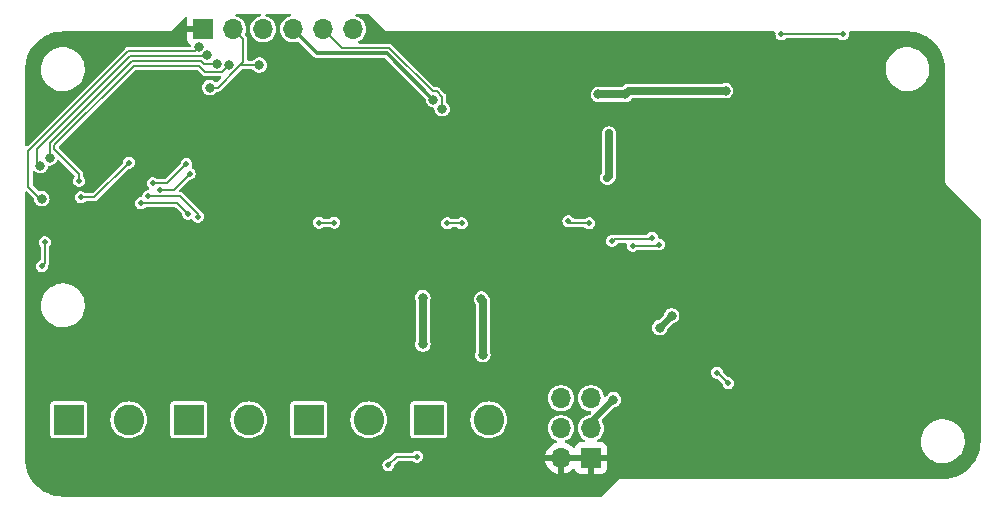
<source format=gbr>
%TF.GenerationSoftware,KiCad,Pcbnew,7.0.7*%
%TF.CreationDate,2024-02-19T21:49:12+01:00*%
%TF.ProjectId,OS-ServoDriver,4f532d53-6572-4766-9f44-72697665722e,rev?*%
%TF.SameCoordinates,Original*%
%TF.FileFunction,Copper,L2,Bot*%
%TF.FilePolarity,Positive*%
%FSLAX46Y46*%
G04 Gerber Fmt 4.6, Leading zero omitted, Abs format (unit mm)*
G04 Created by KiCad (PCBNEW 7.0.7) date 2024-02-19 21:49:12*
%MOMM*%
%LPD*%
G01*
G04 APERTURE LIST*
%TA.AperFunction,ComponentPad*%
%ADD10R,2.600000X2.600000*%
%TD*%
%TA.AperFunction,ComponentPad*%
%ADD11C,2.600000*%
%TD*%
%TA.AperFunction,ComponentPad*%
%ADD12R,1.700000X1.700000*%
%TD*%
%TA.AperFunction,ComponentPad*%
%ADD13O,1.700000X1.700000*%
%TD*%
%TA.AperFunction,ViaPad*%
%ADD14C,0.800000*%
%TD*%
%TA.AperFunction,ViaPad*%
%ADD15C,0.500000*%
%TD*%
%TA.AperFunction,Conductor*%
%ADD16C,0.200000*%
%TD*%
%TA.AperFunction,Conductor*%
%ADD17C,0.700000*%
%TD*%
%TA.AperFunction,Conductor*%
%ADD18C,0.500000*%
%TD*%
%TA.AperFunction,Conductor*%
%ADD19C,0.300000*%
%TD*%
G04 APERTURE END LIST*
D10*
%TO.P,J103,1,Pin_1*%
%TO.N,/DCC_SIG_B*%
X97658000Y-143688000D03*
D11*
%TO.P,J103,2,Pin_2*%
%TO.N,/DCC_SIG_A*%
X102738000Y-143688000D03*
%TD*%
D10*
%TO.P,J101,1,Pin_1*%
%TO.N,Net-(J101-Pin_1)*%
X87498000Y-143688000D03*
D11*
%TO.P,J101,2,Pin_2*%
%TO.N,Net-(J101-Pin_2)*%
X92578000Y-143688000D03*
%TD*%
D10*
%TO.P,J102,1,Pin_1*%
%TO.N,/DCC_FROG_B*%
X107818000Y-143688000D03*
D11*
%TO.P,J102,2,Pin_2*%
%TO.N,/DCC_FROG_A*%
X112898000Y-143688000D03*
%TD*%
D12*
%TO.P,J701,1,Pin_1*%
%TO.N,GND*%
X131699000Y-146939000D03*
D13*
%TO.P,J701,2,Pin_2*%
X129159000Y-146939000D03*
%TO.P,J701,3,Pin_3*%
%TO.N,+5VA*%
X131699000Y-144399000D03*
%TO.P,J701,4,Pin_4*%
X129159000Y-144399000D03*
%TO.P,J701,5,Pin_5*%
%TO.N,/Servo3-4/Servo2*%
X131699000Y-141859000D03*
%TO.P,J701,6,Pin_6*%
%TO.N,/Servo3-4/Servo1*%
X129159000Y-141859000D03*
%TD*%
%TO.P,J3,6,Pin_6*%
%TO.N,/atmega/reset*%
X111580000Y-110617000D03*
%TO.P,J3,5,Pin_5*%
%TO.N,/toggle*%
X109040000Y-110617000D03*
%TO.P,J3,4,Pin_4*%
%TO.N,/select*%
X106500000Y-110617000D03*
%TO.P,J3,3,Pin_3*%
%TO.N,/atmega/LED*%
X103960000Y-110617000D03*
%TO.P,J3,2,Pin_2*%
%TO.N,+5V*%
X101420000Y-110617000D03*
D12*
%TO.P,J3,1,Pin_1*%
%TO.N,GND*%
X98880000Y-110617000D03*
%TD*%
D11*
%TO.P,J702,2,Pin_2*%
%TO.N,/Servo3-4/Frog1*%
X123058000Y-143688000D03*
D10*
%TO.P,J702,1,Pin_1*%
%TO.N,/Servo3-4/Frog2*%
X117978000Y-143688000D03*
%TD*%
D14*
%TO.N,VCC*%
X143110500Y-115824000D03*
X134603050Y-116148050D03*
X132334000Y-116148050D03*
D15*
%TO.N,GND*%
X87503000Y-124206000D03*
X152273000Y-147320000D03*
X95758000Y-120777000D03*
X117221000Y-113411000D03*
D14*
X139935500Y-113030000D03*
D15*
X123063000Y-147701000D03*
X139446000Y-122555000D03*
X123444000Y-124460000D03*
D14*
X92000000Y-116000000D03*
X138919500Y-113030000D03*
D15*
X129286000Y-127889000D03*
X115824000Y-115316000D03*
X158242000Y-120904000D03*
X163576000Y-137795000D03*
X90932000Y-130048000D03*
X111252000Y-123444000D03*
X152400000Y-143637000D03*
D14*
X102997000Y-116866500D03*
D15*
X95758000Y-129032000D03*
X145034000Y-147701000D03*
X131699000Y-125222000D03*
X146050000Y-145923000D03*
D14*
X132061500Y-114554000D03*
D15*
X101727000Y-124460000D03*
X141478000Y-118999000D03*
X106680000Y-123317000D03*
X127000000Y-144145000D03*
X114046000Y-113538000D03*
D14*
X137903500Y-117475000D03*
D15*
X148463000Y-146050000D03*
X92202000Y-125857000D03*
X130302000Y-112395000D03*
D14*
X94658324Y-116492732D03*
D15*
X161544000Y-135636000D03*
X127000000Y-147066000D03*
X141478000Y-122555000D03*
X118999000Y-114173000D03*
D14*
X143364500Y-118491000D03*
X137903500Y-113030000D03*
D15*
X103505000Y-124333000D03*
X139446000Y-124333000D03*
X149606000Y-122682000D03*
X128016000Y-116586000D03*
X134112000Y-120777000D03*
X100457000Y-123317000D03*
X154432000Y-133223000D03*
X98552000Y-117729000D03*
X132715000Y-125984000D03*
X124460000Y-119253000D03*
X161925000Y-128016000D03*
X94361000Y-130302000D03*
X149479000Y-137541000D03*
X143637000Y-124333000D03*
X135509000Y-118110000D03*
X87122000Y-128651000D03*
D14*
X108839000Y-116485500D03*
D15*
X113157000Y-111506000D03*
X121158000Y-119253000D03*
X125603000Y-118110000D03*
X131953000Y-120650000D03*
X124587000Y-126238000D03*
X138303000Y-146304000D03*
D14*
X100965000Y-118263500D03*
D15*
X154178000Y-141605000D03*
X111887000Y-113538000D03*
X112649000Y-122174000D03*
X132715000Y-127762000D03*
X128524000Y-124460000D03*
X89662000Y-126492000D03*
X118491000Y-147828000D03*
X93726000Y-123063000D03*
X125984000Y-127889000D03*
X159004000Y-138811000D03*
X141859000Y-118237000D03*
D14*
X139935500Y-117475000D03*
X108839000Y-118136500D03*
D15*
X113665000Y-124460000D03*
X154686000Y-121793000D03*
X163957000Y-129540000D03*
X149606000Y-125603000D03*
X122428000Y-119253000D03*
X128397000Y-123317000D03*
D14*
X141713500Y-112268000D03*
X96055325Y-119413731D03*
D15*
X138176000Y-143637000D03*
X96901000Y-130302000D03*
D14*
X104902000Y-118136500D03*
D15*
X125603000Y-116459000D03*
X156337000Y-139446000D03*
X102743000Y-115570000D03*
X145161000Y-112141000D03*
X142494000Y-125222000D03*
X136271000Y-126238000D03*
X147447000Y-112395000D03*
X98552000Y-116713000D03*
X135890000Y-119126000D03*
D14*
X90500000Y-118000000D03*
X104902000Y-116739500D03*
D15*
X113792000Y-115316000D03*
X117475000Y-123190000D03*
X154686000Y-130810000D03*
X162560000Y-125857000D03*
X133604000Y-144272000D03*
D14*
X86000000Y-117000000D03*
D15*
X149352000Y-129794000D03*
D14*
X90000000Y-113500000D03*
D15*
X156591000Y-135001000D03*
X157861000Y-148082000D03*
X111760000Y-116840000D03*
X99215062Y-119890428D03*
X90297000Y-122936000D03*
X127381000Y-114300000D03*
X124587000Y-124460000D03*
D14*
X110490000Y-116739500D03*
D15*
X111887000Y-118110000D03*
X144145000Y-131572000D03*
X155321000Y-120650000D03*
X135636000Y-124460000D03*
X91821000Y-123952000D03*
X160274000Y-141224000D03*
X124079000Y-121920000D03*
X148082000Y-135763000D03*
X85217000Y-123825000D03*
X136779000Y-141351000D03*
X163576000Y-133096000D03*
D14*
X96690324Y-114587731D03*
D15*
X91567000Y-120904000D03*
X156337000Y-143891000D03*
D14*
X145396500Y-117602000D03*
D15*
X119507000Y-122682000D03*
X156464000Y-129032000D03*
X149352000Y-133350000D03*
X115951000Y-112268000D03*
X147701000Y-127762000D03*
X108712000Y-122809000D03*
X145796000Y-115697000D03*
X153289000Y-123444000D03*
X158496000Y-124587000D03*
D14*
X133458500Y-113411000D03*
D15*
X144907000Y-118999000D03*
X136017000Y-111887000D03*
X109474000Y-113665000D03*
X144907000Y-122428000D03*
D14*
X142983500Y-112522000D03*
D15*
X130429000Y-122809000D03*
X136652000Y-148209000D03*
X121793000Y-114427000D03*
D14*
X138919500Y-117475000D03*
D15*
X133604000Y-146558000D03*
X122174000Y-123190000D03*
%TO.N,+5V*%
X85471000Y-128651000D03*
D14*
X103632000Y-113665000D03*
D15*
X116967000Y-146812000D03*
X92583000Y-121920000D03*
D14*
X99441000Y-115567500D03*
D15*
X88519000Y-124841000D03*
X114554000Y-147526318D03*
X85223167Y-130676833D03*
%TO.N,+5VA*%
X119536000Y-127048998D03*
X131572000Y-127048998D03*
X120777000Y-127048998D03*
X129794000Y-126873000D03*
D14*
X133605953Y-141987953D03*
D15*
X108691000Y-127000000D03*
X109982000Y-127000000D03*
D14*
X137541000Y-135890000D03*
D15*
X133223000Y-119443000D03*
X133096000Y-123190000D03*
D14*
X138543975Y-134887025D03*
D15*
%TO.N,/atmega/LED*%
X153035000Y-111050000D03*
D14*
X85217000Y-124968000D03*
X98500000Y-112141000D03*
D15*
X147828000Y-111050000D03*
D14*
%TO.N,/Servo3-4/Frog1*%
X122555000Y-138176000D03*
X122428000Y-133477000D03*
%TO.N,/Servo3-4/Frog2*%
X117475000Y-137287000D03*
X117475000Y-133350000D03*
%TO.N,/atmega/reset*%
X101027829Y-113641000D03*
D15*
X88365896Y-123463494D03*
%TO.N,/DCC/DCC_TTL*%
X142367000Y-139700000D03*
X143345265Y-140586265D03*
%TO.N,/Servo3-4/Relay3*%
X94615000Y-123656000D03*
X97459851Y-122023135D03*
%TO.N,/Servo3-4/Relay4*%
X95250000Y-124206000D03*
X97726500Y-122872500D03*
D14*
%TO.N,/select*%
X99233167Y-112841000D03*
X85100000Y-122174000D03*
X118364000Y-116586000D03*
%TO.N,/toggle*%
X119114000Y-117354223D03*
X100027879Y-113528339D03*
X85864043Y-121528831D03*
D15*
%TO.N,/down*%
X93599000Y-125349000D03*
X137466569Y-128852431D03*
X135255000Y-128952779D03*
X97578000Y-126238000D03*
%TO.N,/up*%
X136895069Y-128280931D03*
X98425000Y-126492000D03*
X94234000Y-124756000D03*
X133477000Y-128552001D03*
%TD*%
D16*
%TO.N,+5V*%
X115268318Y-146812000D02*
X116967000Y-146812000D01*
X114554000Y-147526318D02*
X115268318Y-146812000D01*
X85471000Y-130429000D02*
X85471000Y-128651000D01*
X85223167Y-130676833D02*
X85471000Y-130429000D01*
D17*
%TO.N,VCC*%
X134927100Y-115824000D02*
X134603050Y-116148050D01*
X143110500Y-115824000D02*
X134927100Y-115824000D01*
X134603050Y-116148050D02*
X132334000Y-116148050D01*
D16*
%TO.N,+5V*%
X101860390Y-113798390D02*
X100091279Y-115567500D01*
X102270000Y-111467000D02*
X102270000Y-113388779D01*
X103632000Y-113665000D02*
X101993780Y-113665000D01*
X102270000Y-113388779D02*
X101860390Y-113798390D01*
X101993780Y-113665000D02*
X101860390Y-113798390D01*
X100091279Y-115567500D02*
X99441000Y-115567500D01*
X89662000Y-124841000D02*
X88519000Y-124841000D01*
X92583000Y-121920000D02*
X89662000Y-124841000D01*
X101420000Y-110617000D02*
X102270000Y-111467000D01*
D17*
%TO.N,+5VA*%
X133096000Y-123190000D02*
X133223000Y-123063000D01*
D16*
X129969998Y-127048998D02*
X129794000Y-126873000D01*
X131572000Y-127048998D02*
X129969998Y-127048998D01*
D18*
X137541000Y-135890000D02*
X138543975Y-134887025D01*
D16*
X109982000Y-127000000D02*
X108691000Y-127000000D01*
D18*
X131699000Y-143894906D02*
X133605953Y-141987953D01*
D16*
X120777000Y-127048998D02*
X119536000Y-127048998D01*
D17*
X133223000Y-123063000D02*
X133223000Y-119443000D01*
D16*
%TO.N,/atmega/LED*%
X85090000Y-124968000D02*
X85217000Y-124968000D01*
X98141000Y-112500000D02*
X92500000Y-112500000D01*
X84074000Y-123952000D02*
X85090000Y-124968000D01*
X153035000Y-111050000D02*
X147828000Y-111050000D01*
X92500000Y-112500000D02*
X84074000Y-120926000D01*
X84074000Y-120926000D02*
X84074000Y-123952000D01*
X98500000Y-112141000D02*
X98141000Y-112500000D01*
D17*
%TO.N,/Servo3-4/Frog1*%
X122555000Y-133604000D02*
X122428000Y-133477000D01*
X122555000Y-138176000D02*
X122555000Y-133604000D01*
%TO.N,/Servo3-4/Frog2*%
X117475000Y-133350000D02*
X117475000Y-137287000D01*
D16*
%TO.N,/atmega/reset*%
X98536531Y-113700000D02*
X99064870Y-114228339D01*
X86264043Y-120777000D02*
X86264043Y-120433015D01*
X100440490Y-114228339D02*
X101027829Y-113641000D01*
X86264043Y-120433015D02*
X92997058Y-113700000D01*
X99064870Y-114228339D02*
X100440490Y-114228339D01*
X88365896Y-122878853D02*
X86264043Y-120777000D01*
X88365896Y-123463494D02*
X88365896Y-122878853D01*
X92997058Y-113700000D02*
X98536531Y-113700000D01*
%TO.N,/DCC/DCC_TTL*%
X142459000Y-139700000D02*
X143345265Y-140586265D01*
X142367000Y-139700000D02*
X142459000Y-139700000D01*
%TO.N,/Servo3-4/Relay3*%
X95826986Y-123656000D02*
X97459851Y-122023135D01*
X94615000Y-123656000D02*
X95826986Y-123656000D01*
%TO.N,/Servo3-4/Relay4*%
X96393000Y-124206000D02*
X95250000Y-124206000D01*
X97726500Y-122872500D02*
X96393000Y-124206000D01*
D19*
%TO.N,/select*%
X106500000Y-110617000D02*
X108532000Y-112649000D01*
X108532000Y-112649000D02*
X114427000Y-112649000D01*
D16*
X99233167Y-112841000D02*
X99174167Y-112900000D01*
X84836000Y-120729686D02*
X84836000Y-121910000D01*
X84836000Y-121910000D02*
X85100000Y-122174000D01*
X92665686Y-112900000D02*
X84836000Y-120729686D01*
D19*
X114427000Y-112649000D02*
X118364000Y-116586000D01*
D16*
X99174167Y-112900000D02*
X92665686Y-112900000D01*
%TO.N,/toggle*%
X85864043Y-120267329D02*
X85864043Y-121528831D01*
X92831372Y-113300000D02*
X85864043Y-120267329D01*
X118653950Y-115886000D02*
X118300396Y-115886000D01*
X100015218Y-113541000D02*
X98943217Y-113541000D01*
X98943217Y-113541000D02*
X98702217Y-113300000D01*
X118300396Y-115886000D02*
X114613396Y-112199000D01*
X114613396Y-112199000D02*
X110622000Y-112199000D01*
X98702217Y-113300000D02*
X92831372Y-113300000D01*
X110622000Y-112199000D02*
X109040000Y-110617000D01*
X119114000Y-117354223D02*
X119114000Y-116346050D01*
X100027879Y-113528339D02*
X100015218Y-113541000D01*
X119114000Y-116346050D02*
X118653950Y-115886000D01*
%TO.N,/down*%
X93599000Y-125349000D02*
X96689000Y-125349000D01*
X137366221Y-128952779D02*
X137466569Y-128852431D01*
X96689000Y-125349000D02*
X97578000Y-126238000D01*
X135255000Y-128952779D02*
X137366221Y-128952779D01*
%TO.N,/up*%
X133626222Y-128402779D02*
X136773221Y-128402779D01*
X98425000Y-126307182D02*
X98425000Y-126492000D01*
X96873818Y-124756000D02*
X98425000Y-126307182D01*
X133477000Y-128552001D02*
X133626222Y-128402779D01*
X136773221Y-128402779D02*
X136895069Y-128280931D01*
X94234000Y-124756000D02*
X96873818Y-124756000D01*
%TD*%
%TA.AperFunction,Conductor*%
%TO.N,GND*%
G36*
X131152692Y-146708685D02*
G01*
X131198447Y-146761489D01*
X131208391Y-146830647D01*
X131204631Y-146847933D01*
X131199000Y-146867111D01*
X131199000Y-147010888D01*
X131204631Y-147030067D01*
X131204630Y-147099936D01*
X131166855Y-147158714D01*
X131103299Y-147187738D01*
X131085653Y-147189000D01*
X129772347Y-147189000D01*
X129705308Y-147169315D01*
X129659553Y-147116511D01*
X129649609Y-147047353D01*
X129653369Y-147030067D01*
X129659000Y-147010888D01*
X129659000Y-146867111D01*
X129653369Y-146847933D01*
X129653370Y-146778064D01*
X129691145Y-146719286D01*
X129754701Y-146690262D01*
X129772347Y-146689000D01*
X131085653Y-146689000D01*
X131152692Y-146708685D01*
G37*
%TD.AperFunction*%
%TA.AperFunction,Conductor*%
G36*
X103742388Y-109320185D02*
G01*
X103788143Y-109372989D01*
X103798087Y-109442147D01*
X103769062Y-109505703D01*
X103710284Y-109543477D01*
X103698144Y-109546386D01*
X103657544Y-109553976D01*
X103657541Y-109553976D01*
X103657541Y-109553977D01*
X103467364Y-109627651D01*
X103467357Y-109627655D01*
X103293960Y-109735017D01*
X103293958Y-109735019D01*
X103143237Y-109872418D01*
X103020327Y-110035178D01*
X102929422Y-110217739D01*
X102929417Y-110217752D01*
X102873602Y-110413917D01*
X102854785Y-110616999D01*
X102854785Y-110617000D01*
X102873602Y-110820082D01*
X102929417Y-111016247D01*
X102929422Y-111016260D01*
X103020327Y-111198821D01*
X103143237Y-111361581D01*
X103293958Y-111498980D01*
X103293960Y-111498982D01*
X103377165Y-111550500D01*
X103467363Y-111606348D01*
X103657544Y-111680024D01*
X103858024Y-111717500D01*
X103858026Y-111717500D01*
X104061974Y-111717500D01*
X104061976Y-111717500D01*
X104262456Y-111680024D01*
X104452637Y-111606348D01*
X104626041Y-111498981D01*
X104772342Y-111365610D01*
X104776762Y-111361581D01*
X104779011Y-111358603D01*
X104899673Y-111198821D01*
X104990582Y-111016250D01*
X105046397Y-110820083D01*
X105065215Y-110617000D01*
X105046397Y-110413917D01*
X104990582Y-110217750D01*
X104899673Y-110035179D01*
X104776764Y-109872421D01*
X104776762Y-109872418D01*
X104626041Y-109735019D01*
X104626039Y-109735017D01*
X104452642Y-109627655D01*
X104452635Y-109627651D01*
X104319201Y-109575959D01*
X104262456Y-109553976D01*
X104221864Y-109546388D01*
X104159585Y-109514721D01*
X104124312Y-109454408D01*
X104127246Y-109384600D01*
X104167455Y-109327460D01*
X104232173Y-109301129D01*
X104244651Y-109300500D01*
X106215349Y-109300500D01*
X106282388Y-109320185D01*
X106328143Y-109372989D01*
X106338087Y-109442147D01*
X106309062Y-109505703D01*
X106250284Y-109543477D01*
X106238144Y-109546386D01*
X106197544Y-109553976D01*
X106197541Y-109553976D01*
X106197541Y-109553977D01*
X106007364Y-109627651D01*
X106007357Y-109627655D01*
X105833960Y-109735017D01*
X105833958Y-109735019D01*
X105683237Y-109872418D01*
X105560327Y-110035178D01*
X105469422Y-110217739D01*
X105469417Y-110217752D01*
X105413602Y-110413917D01*
X105394785Y-110616999D01*
X105394785Y-110617000D01*
X105413602Y-110820082D01*
X105469417Y-111016247D01*
X105469422Y-111016260D01*
X105560327Y-111198821D01*
X105683237Y-111361581D01*
X105833958Y-111498980D01*
X105833960Y-111498982D01*
X105917165Y-111550500D01*
X106007363Y-111606348D01*
X106197544Y-111680024D01*
X106398024Y-111717500D01*
X106398026Y-111717500D01*
X106601974Y-111717500D01*
X106601976Y-111717500D01*
X106802456Y-111680024D01*
X106830706Y-111669080D01*
X106867070Y-111654993D01*
X106936693Y-111649130D01*
X106998433Y-111681840D01*
X106999545Y-111682938D01*
X108272986Y-112956380D01*
X108273006Y-112956398D01*
X108293658Y-112977050D01*
X108313394Y-112987106D01*
X108329982Y-112997271D01*
X108347910Y-113010296D01*
X108368979Y-113017141D01*
X108386958Y-113024588D01*
X108406696Y-113034646D01*
X108428578Y-113038111D01*
X108447491Y-113042652D01*
X108468567Y-113049500D01*
X108500481Y-113049500D01*
X114209745Y-113049500D01*
X114276784Y-113069185D01*
X114297426Y-113085819D01*
X117675653Y-116464046D01*
X117709138Y-116525369D01*
X117711068Y-116566669D01*
X117708722Y-116585995D01*
X117708722Y-116586000D01*
X117727762Y-116742818D01*
X117755115Y-116814940D01*
X117783780Y-116890523D01*
X117873517Y-117020530D01*
X117991760Y-117125283D01*
X117991762Y-117125284D01*
X118131634Y-117198696D01*
X118285014Y-117236500D01*
X118334722Y-117236500D01*
X118401761Y-117256185D01*
X118447516Y-117308989D01*
X118455790Y-117347024D01*
X118457818Y-117346778D01*
X118477762Y-117511041D01*
X118533780Y-117658746D01*
X118623517Y-117788753D01*
X118741760Y-117893506D01*
X118741762Y-117893507D01*
X118881634Y-117966919D01*
X119035014Y-118004723D01*
X119035015Y-118004723D01*
X119192985Y-118004723D01*
X119346365Y-117966919D01*
X119346365Y-117966918D01*
X119486240Y-117893506D01*
X119604483Y-117788753D01*
X119694220Y-117658746D01*
X119750237Y-117511041D01*
X119769278Y-117354223D01*
X119754058Y-117228869D01*
X119750237Y-117197404D01*
X119722885Y-117125283D01*
X119694220Y-117049700D01*
X119604483Y-116919693D01*
X119506272Y-116832686D01*
X119469147Y-116773499D01*
X119464500Y-116739872D01*
X119464500Y-116395261D01*
X119467139Y-116369814D01*
X119468508Y-116363284D01*
X119469043Y-116360735D01*
X119467270Y-116346513D01*
X119464977Y-116328111D01*
X119464500Y-116320435D01*
X119464500Y-116317010D01*
X119460912Y-116295508D01*
X119456302Y-116258530D01*
X119454573Y-116244657D01*
X119454571Y-116244653D01*
X119452502Y-116237703D01*
X119452470Y-116237609D01*
X119452444Y-116237522D01*
X119450091Y-116230667D01*
X119425704Y-116185605D01*
X119407345Y-116148050D01*
X131678721Y-116148050D01*
X131697762Y-116304868D01*
X131732044Y-116395261D01*
X131753780Y-116452573D01*
X131843517Y-116582580D01*
X131961760Y-116687333D01*
X131961762Y-116687334D01*
X132101634Y-116760746D01*
X132255014Y-116798550D01*
X132255015Y-116798550D01*
X132412985Y-116798550D01*
X132566365Y-116760746D01*
X132573377Y-116758087D01*
X132574069Y-116759912D01*
X132620166Y-116748550D01*
X134316884Y-116748550D01*
X134362980Y-116759912D01*
X134363673Y-116758087D01*
X134370684Y-116760746D01*
X134524064Y-116798550D01*
X134524065Y-116798550D01*
X134682035Y-116798550D01*
X134835415Y-116760746D01*
X134858652Y-116748550D01*
X134975290Y-116687333D01*
X135093533Y-116582580D01*
X135165677Y-116478060D01*
X135219961Y-116434070D01*
X135267728Y-116424500D01*
X142824334Y-116424500D01*
X142870430Y-116435862D01*
X142871123Y-116434037D01*
X142878134Y-116436696D01*
X143031514Y-116474500D01*
X143031515Y-116474500D01*
X143189485Y-116474500D01*
X143342865Y-116436696D01*
X143366102Y-116424500D01*
X143482740Y-116363283D01*
X143600983Y-116258530D01*
X143690720Y-116128523D01*
X143746737Y-115980818D01*
X143765778Y-115824000D01*
X143764207Y-115811057D01*
X143746737Y-115667181D01*
X143723137Y-115604955D01*
X143690720Y-115519477D01*
X143600983Y-115389470D01*
X143482740Y-115284717D01*
X143482738Y-115284716D01*
X143482737Y-115284715D01*
X143342865Y-115211303D01*
X143189486Y-115173500D01*
X143189485Y-115173500D01*
X143031515Y-115173500D01*
X143031514Y-115173500D01*
X142878134Y-115211303D01*
X142871123Y-115213963D01*
X142870430Y-115212137D01*
X142824334Y-115223500D01*
X134970528Y-115223500D01*
X134962429Y-115222969D01*
X134927100Y-115218318D01*
X134887739Y-115223500D01*
X134770339Y-115238955D01*
X134770337Y-115238956D01*
X134624257Y-115299464D01*
X134498819Y-115395716D01*
X134477119Y-115423994D01*
X134471768Y-115430095D01*
X134433283Y-115468581D01*
X134390631Y-115511232D01*
X134329311Y-115544716D01*
X134302952Y-115547550D01*
X132620166Y-115547550D01*
X132574069Y-115536187D01*
X132573377Y-115538013D01*
X132566365Y-115535353D01*
X132412986Y-115497550D01*
X132412985Y-115497550D01*
X132255015Y-115497550D01*
X132255014Y-115497550D01*
X132101634Y-115535353D01*
X131961762Y-115608765D01*
X131843516Y-115713521D01*
X131753781Y-115843525D01*
X131753780Y-115843526D01*
X131697762Y-115991231D01*
X131678721Y-116148049D01*
X131678721Y-116148050D01*
X119407345Y-116148050D01*
X119403199Y-116139568D01*
X119398919Y-116133574D01*
X119394419Y-116127793D01*
X119356724Y-116093091D01*
X118936587Y-115672955D01*
X118920461Y-115653098D01*
X118915387Y-115645331D01*
X118889437Y-115625133D01*
X118883691Y-115620059D01*
X118881257Y-115617625D01*
X118881256Y-115617624D01*
X118881255Y-115617623D01*
X118874798Y-115613013D01*
X118863511Y-115604955D01*
X118823076Y-115573483D01*
X118823072Y-115573481D01*
X118816598Y-115569977D01*
X118810019Y-115566760D01*
X118760904Y-115552138D01*
X118712436Y-115535498D01*
X118705219Y-115534294D01*
X118697903Y-115533382D01*
X118648675Y-115535419D01*
X118646719Y-115535500D01*
X118496940Y-115535500D01*
X118429901Y-115515815D01*
X118409259Y-115499181D01*
X116977841Y-114067763D01*
X156645787Y-114067763D01*
X156675413Y-114337013D01*
X156675415Y-114337024D01*
X156743926Y-114599082D01*
X156743928Y-114599088D01*
X156849870Y-114848390D01*
X156914813Y-114954803D01*
X156990979Y-115079605D01*
X156990986Y-115079615D01*
X157164253Y-115287819D01*
X157164259Y-115287824D01*
X157316235Y-115423994D01*
X157365998Y-115468582D01*
X157591910Y-115618044D01*
X157837176Y-115733020D01*
X157837183Y-115733022D01*
X157837185Y-115733023D01*
X158096557Y-115811057D01*
X158096564Y-115811058D01*
X158096569Y-115811060D01*
X158364561Y-115850500D01*
X158364566Y-115850500D01*
X158567636Y-115850500D01*
X158619133Y-115846730D01*
X158770156Y-115835677D01*
X158884414Y-115810225D01*
X159034546Y-115776782D01*
X159034548Y-115776781D01*
X159034553Y-115776780D01*
X159287558Y-115680014D01*
X159523777Y-115547441D01*
X159738177Y-115381888D01*
X159926186Y-115186881D01*
X160083799Y-114966579D01*
X160177648Y-114784042D01*
X160207649Y-114725690D01*
X160207651Y-114725684D01*
X160207656Y-114725675D01*
X160295118Y-114469305D01*
X160344319Y-114202933D01*
X160354212Y-113932235D01*
X160324586Y-113662982D01*
X160256072Y-113400912D01*
X160150130Y-113151610D01*
X160009018Y-112920390D01*
X159957225Y-112858154D01*
X159835746Y-112712180D01*
X159835740Y-112712175D01*
X159634002Y-112531418D01*
X159408092Y-112381957D01*
X159408090Y-112381956D01*
X159162824Y-112266980D01*
X159162819Y-112266978D01*
X159162814Y-112266976D01*
X158903442Y-112188942D01*
X158903428Y-112188939D01*
X158760010Y-112167833D01*
X158635439Y-112149500D01*
X158432369Y-112149500D01*
X158432364Y-112149500D01*
X158229844Y-112164323D01*
X158229831Y-112164325D01*
X157965453Y-112223217D01*
X157965446Y-112223220D01*
X157712439Y-112319987D01*
X157476226Y-112452557D01*
X157261822Y-112618112D01*
X157073822Y-112813109D01*
X157073816Y-112813116D01*
X156916202Y-113033419D01*
X156916199Y-113033424D01*
X156792350Y-113274309D01*
X156792343Y-113274327D01*
X156704884Y-113530685D01*
X156704881Y-113530699D01*
X156655681Y-113797068D01*
X156655680Y-113797075D01*
X156645787Y-114067763D01*
X116977841Y-114067763D01*
X114896033Y-111985955D01*
X114879907Y-111966098D01*
X114874833Y-111958331D01*
X114848883Y-111938133D01*
X114843137Y-111933059D01*
X114840703Y-111930625D01*
X114840702Y-111930624D01*
X114840701Y-111930623D01*
X114834244Y-111926013D01*
X114822957Y-111917955D01*
X114782522Y-111886483D01*
X114782518Y-111886481D01*
X114776044Y-111882977D01*
X114769465Y-111879760D01*
X114720350Y-111865138D01*
X114671882Y-111848498D01*
X114664665Y-111847294D01*
X114657349Y-111846382D01*
X114608121Y-111848419D01*
X114606165Y-111848500D01*
X112110912Y-111848500D01*
X112043873Y-111828815D01*
X111998118Y-111776011D01*
X111988174Y-111706853D01*
X112017199Y-111643297D01*
X112066119Y-111608873D01*
X112072637Y-111606348D01*
X112246041Y-111498981D01*
X112392342Y-111365610D01*
X112396762Y-111361581D01*
X112399011Y-111358603D01*
X112519673Y-111198821D01*
X112610582Y-111016250D01*
X112666397Y-110820083D01*
X112685215Y-110617000D01*
X112666397Y-110413917D01*
X112610582Y-110217750D01*
X112519673Y-110035179D01*
X112396764Y-109872421D01*
X112396762Y-109872418D01*
X112246041Y-109735019D01*
X112246039Y-109735017D01*
X112072642Y-109627655D01*
X112072635Y-109627651D01*
X111939201Y-109575959D01*
X111882456Y-109553976D01*
X111841864Y-109546388D01*
X111779585Y-109514721D01*
X111744312Y-109454408D01*
X111747246Y-109384600D01*
X111787455Y-109327460D01*
X111852173Y-109301129D01*
X111864651Y-109300500D01*
X112824167Y-109300500D01*
X112891206Y-109320185D01*
X112911848Y-109336819D01*
X114243078Y-110668049D01*
X114248721Y-110674533D01*
X114256041Y-110684226D01*
X114256042Y-110684228D01*
X114270861Y-110697737D01*
X114291375Y-110716439D01*
X114293423Y-110718394D01*
X114307203Y-110732174D01*
X114309413Y-110733688D01*
X114316143Y-110739018D01*
X114325245Y-110747316D01*
X114339064Y-110759914D01*
X114339065Y-110759914D01*
X114339067Y-110759916D01*
X114345530Y-110762419D01*
X114370807Y-110775743D01*
X114376519Y-110779656D01*
X114406702Y-110786754D01*
X114414903Y-110789294D01*
X114443827Y-110800500D01*
X114450751Y-110800500D01*
X114479141Y-110803793D01*
X114485881Y-110805379D01*
X114516590Y-110801095D01*
X114525166Y-110800500D01*
X147215122Y-110800500D01*
X147282161Y-110820185D01*
X147327916Y-110872989D01*
X147337859Y-110942146D01*
X147325669Y-111026938D01*
X147322353Y-111050000D01*
X147342834Y-111192456D01*
X147394943Y-111306556D01*
X147402623Y-111323373D01*
X147496872Y-111432143D01*
X147617947Y-111509953D01*
X147617950Y-111509954D01*
X147617949Y-111509954D01*
X147756036Y-111550499D01*
X147756038Y-111550500D01*
X147756039Y-111550500D01*
X147899962Y-111550500D01*
X147899962Y-111550499D01*
X148021396Y-111514844D01*
X148038050Y-111509954D01*
X148038050Y-111509953D01*
X148038053Y-111509953D01*
X148159128Y-111432143D01*
X148159136Y-111432133D01*
X148160688Y-111430790D01*
X148162572Y-111429929D01*
X148166589Y-111427348D01*
X148166960Y-111427925D01*
X148224243Y-111401763D01*
X148241895Y-111400500D01*
X152621105Y-111400500D01*
X152688144Y-111420185D01*
X152702312Y-111430790D01*
X152703866Y-111432137D01*
X152703872Y-111432143D01*
X152824947Y-111509953D01*
X152824950Y-111509954D01*
X152824949Y-111509954D01*
X152963036Y-111550499D01*
X152963038Y-111550500D01*
X152963039Y-111550500D01*
X153106962Y-111550500D01*
X153106962Y-111550499D01*
X153228396Y-111514844D01*
X153245050Y-111509954D01*
X153245050Y-111509953D01*
X153245053Y-111509953D01*
X153366128Y-111432143D01*
X153460377Y-111323373D01*
X153520165Y-111192457D01*
X153540647Y-111050000D01*
X153525140Y-110942146D01*
X153535084Y-110872989D01*
X153580839Y-110820185D01*
X153647878Y-110800500D01*
X158452405Y-110800500D01*
X158498377Y-110800500D01*
X158501620Y-110800584D01*
X158593079Y-110805378D01*
X158831194Y-110817857D01*
X158837652Y-110818535D01*
X159162000Y-110869908D01*
X159168347Y-110871257D01*
X159485563Y-110956255D01*
X159491729Y-110958257D01*
X159798314Y-111075944D01*
X159804246Y-111078584D01*
X160096870Y-111227684D01*
X160102459Y-111230911D01*
X160377903Y-111409786D01*
X160383142Y-111413594D01*
X160581687Y-111574372D01*
X160628378Y-111612182D01*
X160638359Y-111620264D01*
X160643185Y-111624610D01*
X160875389Y-111856814D01*
X160879735Y-111861640D01*
X161086405Y-112116857D01*
X161090215Y-112122100D01*
X161269084Y-112397534D01*
X161272318Y-112403135D01*
X161274018Y-112406471D01*
X161421414Y-112695752D01*
X161424055Y-112701685D01*
X161541738Y-113008260D01*
X161543744Y-113014436D01*
X161628742Y-113331652D01*
X161630092Y-113338004D01*
X161681463Y-113662346D01*
X161682142Y-113668805D01*
X161699415Y-113998377D01*
X161699500Y-114001623D01*
X161699500Y-123437158D01*
X161698905Y-123445732D01*
X161697227Y-123457763D01*
X161699434Y-123505509D01*
X161699500Y-123508372D01*
X161699500Y-123527845D01*
X161699993Y-123530482D01*
X161700982Y-123539015D01*
X161702415Y-123569991D01*
X161702416Y-123569997D01*
X161705214Y-123576334D01*
X161713664Y-123603620D01*
X161714937Y-123610429D01*
X161714937Y-123610430D01*
X161731260Y-123636793D01*
X161735263Y-123644386D01*
X161747794Y-123672765D01*
X161747795Y-123672766D01*
X161747796Y-123672768D01*
X161752689Y-123677661D01*
X161770435Y-123700065D01*
X161774077Y-123705948D01*
X161774080Y-123705951D01*
X161798826Y-123724639D01*
X161805311Y-123730282D01*
X164663181Y-126588152D01*
X164696666Y-126649475D01*
X164699500Y-126675833D01*
X164699500Y-145498376D01*
X164699415Y-145501622D01*
X164682142Y-145831194D01*
X164681463Y-145837653D01*
X164630092Y-146161995D01*
X164628742Y-146168347D01*
X164543744Y-146485563D01*
X164541738Y-146491739D01*
X164424055Y-146798314D01*
X164421414Y-146804247D01*
X164272322Y-147096857D01*
X164269079Y-147102473D01*
X164099274Y-147363952D01*
X164090223Y-147377889D01*
X164086405Y-147383142D01*
X163879735Y-147638359D01*
X163875389Y-147643185D01*
X163643185Y-147875389D01*
X163638359Y-147879735D01*
X163383142Y-148086405D01*
X163377890Y-148090221D01*
X163102473Y-148269079D01*
X163096857Y-148272322D01*
X162804247Y-148421414D01*
X162798314Y-148424055D01*
X162491739Y-148541738D01*
X162485563Y-148543744D01*
X162168347Y-148628742D01*
X162161995Y-148630092D01*
X161837653Y-148681463D01*
X161831194Y-148682142D01*
X161518374Y-148698537D01*
X161501620Y-148699415D01*
X161498377Y-148699500D01*
X134312841Y-148699500D01*
X134304267Y-148698905D01*
X134292238Y-148697227D01*
X134292235Y-148697227D01*
X134267219Y-148698383D01*
X134244490Y-148699434D01*
X134241627Y-148699500D01*
X134222156Y-148699500D01*
X134222151Y-148699500D01*
X134222149Y-148699501D01*
X134219515Y-148699993D01*
X134210985Y-148700982D01*
X134180006Y-148702415D01*
X134180004Y-148702415D01*
X134173658Y-148705217D01*
X134146385Y-148713663D01*
X134139570Y-148714937D01*
X134139566Y-148714939D01*
X134113204Y-148731261D01*
X134105603Y-148735267D01*
X134077234Y-148747793D01*
X134072329Y-148752698D01*
X134049939Y-148770433D01*
X134044049Y-148774080D01*
X134044044Y-148774084D01*
X134025363Y-148798822D01*
X134019721Y-148805305D01*
X132661848Y-150163181D01*
X132600525Y-150196666D01*
X132574167Y-150199500D01*
X87001623Y-150199500D01*
X86998379Y-150199415D01*
X86980801Y-150198493D01*
X86668805Y-150182142D01*
X86662346Y-150181463D01*
X86338004Y-150130092D01*
X86331652Y-150128742D01*
X86014436Y-150043744D01*
X86008260Y-150041738D01*
X85701685Y-149924055D01*
X85695752Y-149921414D01*
X85495501Y-149819381D01*
X85403135Y-149772318D01*
X85397534Y-149769084D01*
X85122100Y-149590215D01*
X85116857Y-149586405D01*
X84861640Y-149379735D01*
X84856814Y-149375389D01*
X84624610Y-149143185D01*
X84620264Y-149138359D01*
X84413594Y-148883142D01*
X84409786Y-148877903D01*
X84230911Y-148602459D01*
X84227684Y-148596870D01*
X84078584Y-148304246D01*
X84075944Y-148298314D01*
X84069911Y-148282598D01*
X83958257Y-147991729D01*
X83956255Y-147985563D01*
X83871257Y-147668347D01*
X83869907Y-147661995D01*
X83866163Y-147638359D01*
X83848417Y-147526318D01*
X114048353Y-147526318D01*
X114068834Y-147668774D01*
X114113549Y-147766685D01*
X114128623Y-147799691D01*
X114222872Y-147908461D01*
X114343947Y-147986271D01*
X114343950Y-147986272D01*
X114343949Y-147986272D01*
X114482036Y-148026817D01*
X114482038Y-148026818D01*
X114482039Y-148026818D01*
X114625962Y-148026818D01*
X114625962Y-148026817D01*
X114733121Y-147995353D01*
X114764050Y-147986272D01*
X114764050Y-147986271D01*
X114764053Y-147986271D01*
X114885128Y-147908461D01*
X114979377Y-147799691D01*
X115039165Y-147668775D01*
X115055447Y-147555526D01*
X115084470Y-147491974D01*
X115090474Y-147485524D01*
X115377182Y-147198816D01*
X115438504Y-147165334D01*
X115464862Y-147162500D01*
X116553105Y-147162500D01*
X116620144Y-147182185D01*
X116634312Y-147192790D01*
X116635866Y-147194137D01*
X116635872Y-147194143D01*
X116756947Y-147271953D01*
X116756950Y-147271954D01*
X116756949Y-147271954D01*
X116895036Y-147312499D01*
X116895038Y-147312500D01*
X116895039Y-147312500D01*
X117038962Y-147312500D01*
X117038962Y-147312499D01*
X117177053Y-147271953D01*
X117298128Y-147194143D01*
X117302584Y-147189000D01*
X127828364Y-147189000D01*
X127885567Y-147402486D01*
X127885570Y-147402492D01*
X127985399Y-147616578D01*
X128120894Y-147810082D01*
X128287917Y-147977105D01*
X128481421Y-148112600D01*
X128695507Y-148212429D01*
X128695516Y-148212433D01*
X128909000Y-148269634D01*
X128909000Y-147551301D01*
X128928685Y-147484262D01*
X128981489Y-147438507D01*
X129050647Y-147428563D01*
X129123237Y-147439000D01*
X129123238Y-147439000D01*
X129194762Y-147439000D01*
X129194763Y-147439000D01*
X129267353Y-147428563D01*
X129336512Y-147438507D01*
X129389315Y-147484262D01*
X129409000Y-147551301D01*
X129409000Y-148269633D01*
X129622483Y-148212433D01*
X129622492Y-148212429D01*
X129836578Y-148112600D01*
X130030078Y-147977108D01*
X130152521Y-147854665D01*
X130213844Y-147821180D01*
X130283536Y-147826164D01*
X130339470Y-147868035D01*
X130356385Y-147899013D01*
X130405645Y-148031086D01*
X130405649Y-148031093D01*
X130491809Y-148146187D01*
X130491812Y-148146190D01*
X130606906Y-148232350D01*
X130606913Y-148232354D01*
X130741620Y-148282596D01*
X130741627Y-148282598D01*
X130801155Y-148288999D01*
X130801172Y-148289000D01*
X131449000Y-148289000D01*
X131449000Y-147551301D01*
X131468685Y-147484262D01*
X131521489Y-147438507D01*
X131590647Y-147428563D01*
X131663237Y-147439000D01*
X131663238Y-147439000D01*
X131734762Y-147439000D01*
X131734763Y-147439000D01*
X131807353Y-147428563D01*
X131876512Y-147438507D01*
X131929315Y-147484262D01*
X131949000Y-147551301D01*
X131949000Y-148289000D01*
X132596828Y-148289000D01*
X132596844Y-148288999D01*
X132656372Y-148282598D01*
X132656379Y-148282596D01*
X132791086Y-148232354D01*
X132791093Y-148232350D01*
X132906187Y-148146190D01*
X132906190Y-148146187D01*
X132992350Y-148031093D01*
X132992354Y-148031086D01*
X133042596Y-147896379D01*
X133042598Y-147896372D01*
X133048999Y-147836844D01*
X133049000Y-147836827D01*
X133049000Y-147189000D01*
X132312347Y-147189000D01*
X132245308Y-147169315D01*
X132199553Y-147116511D01*
X132189609Y-147047353D01*
X132193369Y-147030067D01*
X132199000Y-147010888D01*
X132199000Y-146867111D01*
X132193369Y-146847933D01*
X132193370Y-146778064D01*
X132231145Y-146719286D01*
X132294701Y-146690262D01*
X132312347Y-146689000D01*
X133049000Y-146689000D01*
X133049000Y-146041172D01*
X133048999Y-146041155D01*
X133042598Y-145981627D01*
X133042596Y-145981620D01*
X132992354Y-145846913D01*
X132992350Y-145846906D01*
X132906190Y-145731812D01*
X132906187Y-145731809D01*
X132791093Y-145645649D01*
X132791086Y-145645645D01*
X132656379Y-145595403D01*
X132656372Y-145595401D01*
X132596844Y-145589000D01*
X132303388Y-145589000D01*
X132236349Y-145569315D01*
X132235004Y-145567763D01*
X159645787Y-145567763D01*
X159675413Y-145837013D01*
X159675415Y-145837024D01*
X159735781Y-146067926D01*
X159743928Y-146099088D01*
X159849870Y-146348390D01*
X159965971Y-146538628D01*
X159990979Y-146579605D01*
X159990986Y-146579615D01*
X160164253Y-146787819D01*
X160164259Y-146787824D01*
X160212053Y-146830647D01*
X160365998Y-146968582D01*
X160591910Y-147118044D01*
X160837176Y-147233020D01*
X160837183Y-147233022D01*
X160837185Y-147233023D01*
X161096557Y-147311057D01*
X161096564Y-147311058D01*
X161096569Y-147311060D01*
X161364561Y-147350500D01*
X161364566Y-147350500D01*
X161567636Y-147350500D01*
X161619133Y-147346730D01*
X161770156Y-147335677D01*
X161882758Y-147310593D01*
X162034546Y-147276782D01*
X162034548Y-147276781D01*
X162034553Y-147276780D01*
X162287558Y-147180014D01*
X162523777Y-147047441D01*
X162738177Y-146881888D01*
X162926186Y-146686881D01*
X163083799Y-146466579D01*
X163157787Y-146322669D01*
X163207649Y-146225690D01*
X163207651Y-146225684D01*
X163207656Y-146225675D01*
X163295118Y-145969305D01*
X163344319Y-145702933D01*
X163354212Y-145432235D01*
X163324586Y-145162982D01*
X163256072Y-144900912D01*
X163150130Y-144651610D01*
X163009018Y-144420390D01*
X162919747Y-144313119D01*
X162835746Y-144212180D01*
X162835740Y-144212175D01*
X162634002Y-144031418D01*
X162408092Y-143881957D01*
X162408090Y-143881956D01*
X162162824Y-143766980D01*
X162162819Y-143766978D01*
X162162814Y-143766976D01*
X161903442Y-143688942D01*
X161903428Y-143688939D01*
X161787791Y-143671921D01*
X161635439Y-143649500D01*
X161432369Y-143649500D01*
X161432364Y-143649500D01*
X161229844Y-143664323D01*
X161229831Y-143664325D01*
X160965453Y-143723217D01*
X160965446Y-143723220D01*
X160712439Y-143819987D01*
X160476226Y-143952557D01*
X160261822Y-144118112D01*
X160073822Y-144313109D01*
X160073816Y-144313116D01*
X159916202Y-144533419D01*
X159916199Y-144533424D01*
X159792350Y-144774309D01*
X159792343Y-144774327D01*
X159704884Y-145030685D01*
X159704882Y-145030695D01*
X159658653Y-145280980D01*
X159655681Y-145297068D01*
X159655680Y-145297075D01*
X159645787Y-145567763D01*
X132235004Y-145567763D01*
X132190594Y-145516511D01*
X132180650Y-145447353D01*
X132209675Y-145383797D01*
X132238111Y-145359573D01*
X132339048Y-145297075D01*
X132365041Y-145280981D01*
X132515764Y-145143579D01*
X132638673Y-144980821D01*
X132729582Y-144798250D01*
X132785397Y-144602083D01*
X132804215Y-144399000D01*
X132786903Y-144212175D01*
X132785397Y-144195917D01*
X132738592Y-144031418D01*
X132729582Y-143999750D01*
X132670928Y-143881957D01*
X132638672Y-143817177D01*
X132637379Y-143815465D01*
X132637013Y-143814498D01*
X132635654Y-143812302D01*
X132636083Y-143812035D01*
X132612691Y-143750103D01*
X132627259Y-143681769D01*
X132648652Y-143653066D01*
X133631736Y-142669983D01*
X133689740Y-142637269D01*
X133838318Y-142600649D01*
X133978193Y-142527236D01*
X134096436Y-142422483D01*
X134186173Y-142292476D01*
X134242190Y-142144771D01*
X134261231Y-141987953D01*
X134253971Y-141928156D01*
X134242190Y-141831134D01*
X134217537Y-141766131D01*
X134186173Y-141683430D01*
X134096436Y-141553423D01*
X133978193Y-141448670D01*
X133978191Y-141448669D01*
X133978190Y-141448668D01*
X133838318Y-141375256D01*
X133684939Y-141337453D01*
X133684938Y-141337453D01*
X133526968Y-141337453D01*
X133526967Y-141337453D01*
X133373587Y-141375256D01*
X133233715Y-141448668D01*
X133115469Y-141553424D01*
X133025734Y-141683428D01*
X133025730Y-141683435D01*
X133024613Y-141686381D01*
X133023217Y-141688223D01*
X133022249Y-141690069D01*
X133021942Y-141689907D01*
X132982431Y-141742080D01*
X132916831Y-141766131D01*
X132848642Y-141750899D01*
X132799513Y-141701219D01*
X132787479Y-141661362D01*
X132786451Y-141661555D01*
X132785397Y-141655918D01*
X132785397Y-141655917D01*
X132729582Y-141459750D01*
X132638673Y-141277179D01*
X132515764Y-141114421D01*
X132515762Y-141114418D01*
X132365041Y-140977019D01*
X132365039Y-140977017D01*
X132191642Y-140869655D01*
X132191635Y-140869651D01*
X132096546Y-140832813D01*
X132001456Y-140795976D01*
X131800976Y-140758500D01*
X131597024Y-140758500D01*
X131396544Y-140795976D01*
X131396541Y-140795976D01*
X131396541Y-140795977D01*
X131206364Y-140869651D01*
X131206357Y-140869655D01*
X131032960Y-140977017D01*
X131032958Y-140977019D01*
X130882237Y-141114418D01*
X130759327Y-141277178D01*
X130668422Y-141459739D01*
X130668417Y-141459752D01*
X130612602Y-141655917D01*
X130593785Y-141858999D01*
X130593785Y-141859000D01*
X130612602Y-142062082D01*
X130668417Y-142258247D01*
X130668422Y-142258260D01*
X130759327Y-142440821D01*
X130882237Y-142603581D01*
X131032958Y-142740980D01*
X131032960Y-142740982D01*
X131132141Y-142802392D01*
X131206363Y-142848348D01*
X131396544Y-142922024D01*
X131597024Y-142959500D01*
X131597026Y-142959500D01*
X131627229Y-142959500D01*
X131694268Y-142979185D01*
X131740023Y-143031989D01*
X131749967Y-143101147D01*
X131720942Y-143164703D01*
X131714923Y-143171167D01*
X131612574Y-143273515D01*
X131612575Y-143273516D01*
X131551252Y-143307000D01*
X131547680Y-143307722D01*
X131396545Y-143335975D01*
X131206364Y-143409651D01*
X131206357Y-143409655D01*
X131032960Y-143517017D01*
X131032958Y-143517019D01*
X130882237Y-143654418D01*
X130759327Y-143817178D01*
X130668422Y-143999739D01*
X130668417Y-143999752D01*
X130612602Y-144195917D01*
X130593785Y-144398999D01*
X130593785Y-144399000D01*
X130612602Y-144602082D01*
X130668417Y-144798247D01*
X130668422Y-144798260D01*
X130759327Y-144980821D01*
X130882237Y-145143581D01*
X131032958Y-145280980D01*
X131032960Y-145280982D01*
X131159889Y-145359573D01*
X131206525Y-145411601D01*
X131217629Y-145480583D01*
X131189676Y-145544617D01*
X131131541Y-145583373D01*
X131094612Y-145589000D01*
X130801155Y-145589000D01*
X130741627Y-145595401D01*
X130741620Y-145595403D01*
X130606913Y-145645645D01*
X130606906Y-145645649D01*
X130491812Y-145731809D01*
X130491809Y-145731812D01*
X130405649Y-145846906D01*
X130405646Y-145846911D01*
X130356385Y-145978987D01*
X130314513Y-146034920D01*
X130249049Y-146059337D01*
X130180776Y-146044485D01*
X130152522Y-146023334D01*
X130030082Y-145900894D01*
X129836578Y-145765399D01*
X129622492Y-145665570D01*
X129622477Y-145665564D01*
X129583414Y-145655097D01*
X129523754Y-145618732D01*
X129493226Y-145555885D01*
X129501521Y-145486509D01*
X129546007Y-145432632D01*
X129570710Y-145419698D01*
X129651637Y-145388348D01*
X129825041Y-145280981D01*
X129975764Y-145143579D01*
X130098673Y-144980821D01*
X130189582Y-144798250D01*
X130245397Y-144602083D01*
X130264215Y-144399000D01*
X130246903Y-144212175D01*
X130245397Y-144195917D01*
X130198592Y-144031418D01*
X130189582Y-143999750D01*
X130098673Y-143817179D01*
X129975764Y-143654421D01*
X129975762Y-143654418D01*
X129825041Y-143517019D01*
X129825039Y-143517017D01*
X129651642Y-143409655D01*
X129651635Y-143409651D01*
X129556546Y-143372814D01*
X129461456Y-143335976D01*
X129260976Y-143298500D01*
X129057024Y-143298500D01*
X128856544Y-143335976D01*
X128856541Y-143335976D01*
X128856541Y-143335977D01*
X128666364Y-143409651D01*
X128666357Y-143409655D01*
X128492960Y-143517017D01*
X128492958Y-143517019D01*
X128342237Y-143654418D01*
X128219327Y-143817178D01*
X128128422Y-143999739D01*
X128128417Y-143999752D01*
X128072602Y-144195917D01*
X128053785Y-144398999D01*
X128053785Y-144399000D01*
X128072602Y-144602082D01*
X128128417Y-144798247D01*
X128128422Y-144798260D01*
X128219327Y-144980821D01*
X128342237Y-145143581D01*
X128492958Y-145280980D01*
X128492960Y-145280982D01*
X128592141Y-145342392D01*
X128666363Y-145388348D01*
X128747283Y-145419696D01*
X128802685Y-145462269D01*
X128826276Y-145528035D01*
X128810565Y-145596116D01*
X128760542Y-145644895D01*
X128734586Y-145655097D01*
X128695519Y-145665565D01*
X128695507Y-145665570D01*
X128481422Y-145765399D01*
X128481420Y-145765400D01*
X128287926Y-145900886D01*
X128287920Y-145900891D01*
X128120891Y-146067920D01*
X128120886Y-146067926D01*
X127985400Y-146261420D01*
X127985399Y-146261422D01*
X127885570Y-146475507D01*
X127885567Y-146475513D01*
X127828364Y-146688999D01*
X127828364Y-146689000D01*
X128545653Y-146689000D01*
X128612692Y-146708685D01*
X128658447Y-146761489D01*
X128668391Y-146830647D01*
X128664631Y-146847933D01*
X128659000Y-146867111D01*
X128659000Y-147010888D01*
X128664631Y-147030067D01*
X128664630Y-147099936D01*
X128626855Y-147158714D01*
X128563299Y-147187738D01*
X128545653Y-147189000D01*
X127828364Y-147189000D01*
X117302584Y-147189000D01*
X117392377Y-147085373D01*
X117452165Y-146954457D01*
X117472647Y-146812000D01*
X117452165Y-146669543D01*
X117392377Y-146538627D01*
X117298128Y-146429857D01*
X117177053Y-146352047D01*
X117177051Y-146352046D01*
X117177049Y-146352045D01*
X117177050Y-146352045D01*
X117038963Y-146311500D01*
X117038961Y-146311500D01*
X116895039Y-146311500D01*
X116895036Y-146311500D01*
X116756949Y-146352045D01*
X116635876Y-146429854D01*
X116635874Y-146429855D01*
X116635872Y-146429857D01*
X116635870Y-146429858D01*
X116634312Y-146431210D01*
X116632427Y-146432070D01*
X116628411Y-146434652D01*
X116628039Y-146434074D01*
X116570757Y-146460237D01*
X116553105Y-146461500D01*
X115317524Y-146461500D01*
X115292079Y-146458861D01*
X115283003Y-146456958D01*
X115283000Y-146456958D01*
X115250386Y-146461023D01*
X115242710Y-146461500D01*
X115239278Y-146461500D01*
X115224937Y-146463892D01*
X115217766Y-146465089D01*
X115200939Y-146467186D01*
X115166925Y-146471427D01*
X115166924Y-146471427D01*
X115166919Y-146471428D01*
X115159893Y-146473519D01*
X115152941Y-146475906D01*
X115107873Y-146500295D01*
X115061830Y-146522803D01*
X115055884Y-146527048D01*
X115050060Y-146531581D01*
X115043575Y-146538626D01*
X115015360Y-146569275D01*
X114796812Y-146787824D01*
X114595137Y-146989499D01*
X114533814Y-147022984D01*
X114507456Y-147025818D01*
X114482036Y-147025818D01*
X114343949Y-147066363D01*
X114222873Y-147144174D01*
X114128623Y-147252944D01*
X114128622Y-147252946D01*
X114068834Y-147383861D01*
X114048353Y-147526318D01*
X83848417Y-147526318D01*
X83818535Y-147337652D01*
X83817857Y-147331194D01*
X83800585Y-147001622D01*
X83800500Y-146998376D01*
X83800500Y-145012678D01*
X85947500Y-145012678D01*
X85962032Y-145085735D01*
X85962033Y-145085739D01*
X85962034Y-145085740D01*
X86017399Y-145168601D01*
X86100259Y-145223965D01*
X86100260Y-145223966D01*
X86100264Y-145223967D01*
X86173321Y-145238499D01*
X86173324Y-145238500D01*
X86173326Y-145238500D01*
X88822676Y-145238500D01*
X88822677Y-145238499D01*
X88895740Y-145223966D01*
X88978601Y-145168601D01*
X89033966Y-145085740D01*
X89048500Y-145012674D01*
X89048500Y-143688000D01*
X91022706Y-143688000D01*
X91041853Y-143931297D01*
X91041853Y-143931300D01*
X91041854Y-143931302D01*
X91046957Y-143952559D01*
X91098830Y-144168619D01*
X91192222Y-144394089D01*
X91319737Y-144602173D01*
X91319738Y-144602176D01*
X91319741Y-144602179D01*
X91478241Y-144787759D01*
X91610726Y-144900912D01*
X91663823Y-144946261D01*
X91663826Y-144946262D01*
X91871910Y-145073777D01*
X91900792Y-145085740D01*
X92087272Y-145162982D01*
X92097381Y-145167169D01*
X92097378Y-145167169D01*
X92097384Y-145167170D01*
X92097388Y-145167172D01*
X92334698Y-145224146D01*
X92578000Y-145243294D01*
X92821302Y-145224146D01*
X93058612Y-145167172D01*
X93284089Y-145073777D01*
X93383797Y-145012676D01*
X96107499Y-145012676D01*
X96107500Y-145012678D01*
X96122032Y-145085735D01*
X96122033Y-145085739D01*
X96122034Y-145085740D01*
X96177399Y-145168601D01*
X96260260Y-145223965D01*
X96260260Y-145223966D01*
X96260264Y-145223967D01*
X96333321Y-145238499D01*
X96333324Y-145238500D01*
X96333326Y-145238500D01*
X98982676Y-145238500D01*
X98982677Y-145238499D01*
X99055740Y-145223966D01*
X99138601Y-145168601D01*
X99193966Y-145085740D01*
X99208500Y-145012674D01*
X99208500Y-143688000D01*
X101182706Y-143688000D01*
X101201853Y-143931297D01*
X101201853Y-143931300D01*
X101201854Y-143931302D01*
X101206957Y-143952559D01*
X101258830Y-144168619D01*
X101352222Y-144394089D01*
X101479737Y-144602173D01*
X101479738Y-144602176D01*
X101479741Y-144602179D01*
X101638241Y-144787759D01*
X101770726Y-144900912D01*
X101823823Y-144946261D01*
X101823826Y-144946262D01*
X102031910Y-145073777D01*
X102060792Y-145085740D01*
X102247272Y-145162982D01*
X102257381Y-145167169D01*
X102257378Y-145167169D01*
X102257384Y-145167170D01*
X102257388Y-145167172D01*
X102494698Y-145224146D01*
X102738000Y-145243294D01*
X102981302Y-145224146D01*
X103218612Y-145167172D01*
X103444089Y-145073777D01*
X103543797Y-145012676D01*
X106267499Y-145012676D01*
X106267500Y-145012678D01*
X106282032Y-145085735D01*
X106282033Y-145085739D01*
X106282034Y-145085740D01*
X106337399Y-145168601D01*
X106420260Y-145223965D01*
X106420260Y-145223966D01*
X106420264Y-145223967D01*
X106493321Y-145238499D01*
X106493324Y-145238500D01*
X106493326Y-145238500D01*
X109142676Y-145238500D01*
X109142677Y-145238499D01*
X109215740Y-145223966D01*
X109298601Y-145168601D01*
X109353966Y-145085740D01*
X109368500Y-145012674D01*
X109368500Y-143688000D01*
X111342706Y-143688000D01*
X111361853Y-143931297D01*
X111361853Y-143931300D01*
X111361854Y-143931302D01*
X111366957Y-143952559D01*
X111418830Y-144168619D01*
X111512222Y-144394089D01*
X111639737Y-144602173D01*
X111639738Y-144602176D01*
X111639741Y-144602179D01*
X111798241Y-144787759D01*
X111930726Y-144900912D01*
X111983823Y-144946261D01*
X111983826Y-144946262D01*
X112191910Y-145073777D01*
X112220792Y-145085740D01*
X112407272Y-145162982D01*
X112417381Y-145167169D01*
X112417378Y-145167169D01*
X112417384Y-145167170D01*
X112417388Y-145167172D01*
X112654698Y-145224146D01*
X112898000Y-145243294D01*
X113141302Y-145224146D01*
X113378612Y-145167172D01*
X113604089Y-145073777D01*
X113703797Y-145012676D01*
X116427499Y-145012676D01*
X116427500Y-145012678D01*
X116442032Y-145085735D01*
X116442033Y-145085739D01*
X116442034Y-145085740D01*
X116497399Y-145168601D01*
X116580260Y-145223965D01*
X116580260Y-145223966D01*
X116580264Y-145223967D01*
X116653321Y-145238499D01*
X116653324Y-145238500D01*
X116653326Y-145238500D01*
X119302676Y-145238500D01*
X119302677Y-145238499D01*
X119375740Y-145223966D01*
X119458601Y-145168601D01*
X119513966Y-145085740D01*
X119528500Y-145012674D01*
X119528500Y-143688000D01*
X121502706Y-143688000D01*
X121521853Y-143931297D01*
X121521853Y-143931300D01*
X121521854Y-143931302D01*
X121526957Y-143952559D01*
X121578830Y-144168619D01*
X121672222Y-144394089D01*
X121799737Y-144602173D01*
X121799738Y-144602176D01*
X121799741Y-144602179D01*
X121958241Y-144787759D01*
X122090726Y-144900912D01*
X122143823Y-144946261D01*
X122143826Y-144946262D01*
X122351910Y-145073777D01*
X122380792Y-145085740D01*
X122567272Y-145162982D01*
X122577381Y-145167169D01*
X122577378Y-145167169D01*
X122577384Y-145167170D01*
X122577388Y-145167172D01*
X122814698Y-145224146D01*
X123058000Y-145243294D01*
X123301302Y-145224146D01*
X123538612Y-145167172D01*
X123764089Y-145073777D01*
X123972179Y-144946259D01*
X124157759Y-144787759D01*
X124316259Y-144602179D01*
X124443777Y-144394089D01*
X124537172Y-144168612D01*
X124594146Y-143931302D01*
X124613294Y-143688000D01*
X124594146Y-143444698D01*
X124537172Y-143207388D01*
X124522175Y-143171182D01*
X124443777Y-142981910D01*
X124316262Y-142773826D01*
X124316261Y-142773823D01*
X124280453Y-142731897D01*
X124157759Y-142588241D01*
X123985152Y-142440821D01*
X123972176Y-142429738D01*
X123972173Y-142429737D01*
X123764089Y-142302222D01*
X123538618Y-142208830D01*
X123538621Y-142208830D01*
X123432992Y-142183470D01*
X123301302Y-142151854D01*
X123301300Y-142151853D01*
X123301297Y-142151853D01*
X123085943Y-142134905D01*
X123058000Y-142132706D01*
X123057999Y-142132706D01*
X122814702Y-142151853D01*
X122577380Y-142208830D01*
X122351910Y-142302222D01*
X122143826Y-142429737D01*
X122143823Y-142429738D01*
X121958241Y-142588241D01*
X121799738Y-142773823D01*
X121799737Y-142773826D01*
X121672222Y-142981910D01*
X121578830Y-143207380D01*
X121578828Y-143207387D01*
X121578828Y-143207388D01*
X121547956Y-143335976D01*
X121521853Y-143444702D01*
X121502706Y-143688000D01*
X119528500Y-143688000D01*
X119528500Y-142363326D01*
X119528500Y-142363325D01*
X119528500Y-142363323D01*
X119528499Y-142363321D01*
X119513967Y-142290264D01*
X119513966Y-142290260D01*
X119513966Y-142290259D01*
X119458601Y-142207399D01*
X119375740Y-142152034D01*
X119375739Y-142152033D01*
X119375735Y-142152032D01*
X119302677Y-142137500D01*
X119302674Y-142137500D01*
X116653326Y-142137500D01*
X116653323Y-142137500D01*
X116580264Y-142152032D01*
X116580260Y-142152033D01*
X116497399Y-142207399D01*
X116442033Y-142290260D01*
X116442032Y-142290264D01*
X116427500Y-142363321D01*
X116427499Y-142363323D01*
X116427499Y-145012676D01*
X113703797Y-145012676D01*
X113812179Y-144946259D01*
X113997759Y-144787759D01*
X114156259Y-144602179D01*
X114283777Y-144394089D01*
X114377172Y-144168612D01*
X114434146Y-143931302D01*
X114453294Y-143688000D01*
X114434146Y-143444698D01*
X114377172Y-143207388D01*
X114362175Y-143171182D01*
X114283777Y-142981910D01*
X114156262Y-142773826D01*
X114156261Y-142773823D01*
X114120453Y-142731897D01*
X113997759Y-142588241D01*
X113825152Y-142440821D01*
X113812176Y-142429738D01*
X113812173Y-142429737D01*
X113604089Y-142302222D01*
X113378618Y-142208830D01*
X113378621Y-142208830D01*
X113272992Y-142183470D01*
X113141302Y-142151854D01*
X113141300Y-142151853D01*
X113141297Y-142151853D01*
X112925943Y-142134905D01*
X112898000Y-142132706D01*
X112897999Y-142132706D01*
X112654702Y-142151853D01*
X112417380Y-142208830D01*
X112191910Y-142302222D01*
X111983826Y-142429737D01*
X111983823Y-142429738D01*
X111798241Y-142588241D01*
X111639738Y-142773823D01*
X111639737Y-142773826D01*
X111512222Y-142981910D01*
X111418830Y-143207380D01*
X111418828Y-143207387D01*
X111418828Y-143207388D01*
X111387956Y-143335976D01*
X111361853Y-143444702D01*
X111342706Y-143688000D01*
X109368500Y-143688000D01*
X109368500Y-142363326D01*
X109368500Y-142363325D01*
X109368500Y-142363323D01*
X109368499Y-142363321D01*
X109353967Y-142290264D01*
X109353966Y-142290260D01*
X109298601Y-142207399D01*
X109215740Y-142152034D01*
X109215739Y-142152033D01*
X109215735Y-142152032D01*
X109142677Y-142137500D01*
X109142674Y-142137500D01*
X106493326Y-142137500D01*
X106493323Y-142137500D01*
X106420264Y-142152032D01*
X106420260Y-142152033D01*
X106337399Y-142207399D01*
X106282033Y-142290260D01*
X106282032Y-142290264D01*
X106267500Y-142363321D01*
X106267499Y-142363323D01*
X106267499Y-145012676D01*
X103543797Y-145012676D01*
X103652179Y-144946259D01*
X103837759Y-144787759D01*
X103996259Y-144602179D01*
X104123777Y-144394089D01*
X104217172Y-144168612D01*
X104274146Y-143931302D01*
X104293294Y-143688000D01*
X104274146Y-143444698D01*
X104217172Y-143207388D01*
X104202175Y-143171182D01*
X104123777Y-142981910D01*
X103996262Y-142773826D01*
X103996261Y-142773823D01*
X103960453Y-142731897D01*
X103837759Y-142588241D01*
X103665152Y-142440821D01*
X103652176Y-142429738D01*
X103652173Y-142429737D01*
X103444089Y-142302222D01*
X103218618Y-142208830D01*
X103218621Y-142208830D01*
X103112992Y-142183470D01*
X102981302Y-142151854D01*
X102981300Y-142151853D01*
X102981297Y-142151853D01*
X102765943Y-142134905D01*
X102738000Y-142132706D01*
X102737999Y-142132706D01*
X102494702Y-142151853D01*
X102257380Y-142208830D01*
X102031910Y-142302222D01*
X101823826Y-142429737D01*
X101823823Y-142429738D01*
X101638241Y-142588241D01*
X101479738Y-142773823D01*
X101479737Y-142773826D01*
X101352222Y-142981910D01*
X101258830Y-143207380D01*
X101258828Y-143207387D01*
X101258828Y-143207388D01*
X101227956Y-143335976D01*
X101201853Y-143444702D01*
X101182706Y-143688000D01*
X99208500Y-143688000D01*
X99208500Y-142363326D01*
X99208500Y-142363325D01*
X99208500Y-142363323D01*
X99208499Y-142363321D01*
X99193967Y-142290264D01*
X99193966Y-142290260D01*
X99193965Y-142290259D01*
X99138601Y-142207399D01*
X99055740Y-142152034D01*
X99055739Y-142152033D01*
X99055735Y-142152032D01*
X98982677Y-142137500D01*
X98982674Y-142137500D01*
X96333326Y-142137500D01*
X96333323Y-142137500D01*
X96260264Y-142152032D01*
X96260260Y-142152033D01*
X96177399Y-142207399D01*
X96122033Y-142290260D01*
X96122032Y-142290264D01*
X96107500Y-142363321D01*
X96107499Y-142363323D01*
X96107499Y-145012676D01*
X93383797Y-145012676D01*
X93492179Y-144946259D01*
X93677759Y-144787759D01*
X93836259Y-144602179D01*
X93963777Y-144394089D01*
X94057172Y-144168612D01*
X94114146Y-143931302D01*
X94133294Y-143688000D01*
X94114146Y-143444698D01*
X94057172Y-143207388D01*
X94042175Y-143171182D01*
X93963777Y-142981910D01*
X93836262Y-142773826D01*
X93836261Y-142773823D01*
X93800453Y-142731897D01*
X93677759Y-142588241D01*
X93505152Y-142440821D01*
X93492176Y-142429738D01*
X93492173Y-142429737D01*
X93284089Y-142302222D01*
X93058618Y-142208830D01*
X93058621Y-142208830D01*
X92952992Y-142183470D01*
X92821302Y-142151854D01*
X92821300Y-142151853D01*
X92821297Y-142151853D01*
X92605943Y-142134905D01*
X92578000Y-142132706D01*
X92577999Y-142132706D01*
X92334702Y-142151853D01*
X92097380Y-142208830D01*
X91871910Y-142302222D01*
X91663826Y-142429737D01*
X91663823Y-142429738D01*
X91478241Y-142588241D01*
X91319738Y-142773823D01*
X91319737Y-142773826D01*
X91192222Y-142981910D01*
X91098830Y-143207380D01*
X91098828Y-143207387D01*
X91098828Y-143207388D01*
X91067956Y-143335976D01*
X91041853Y-143444702D01*
X91022706Y-143688000D01*
X89048500Y-143688000D01*
X89048500Y-142363326D01*
X89048500Y-142363323D01*
X89048499Y-142363321D01*
X89033967Y-142290264D01*
X89033966Y-142290260D01*
X89033965Y-142290259D01*
X88978601Y-142207399D01*
X88895740Y-142152034D01*
X88895739Y-142152033D01*
X88895735Y-142152032D01*
X88822677Y-142137500D01*
X88822674Y-142137500D01*
X86173326Y-142137500D01*
X86173323Y-142137500D01*
X86100264Y-142152032D01*
X86100260Y-142152033D01*
X86017399Y-142207399D01*
X85962033Y-142290260D01*
X85962032Y-142290264D01*
X85947500Y-142363321D01*
X85947500Y-145012678D01*
X83800500Y-145012678D01*
X83800500Y-141859000D01*
X128053785Y-141859000D01*
X128072602Y-142062082D01*
X128128417Y-142258247D01*
X128128422Y-142258260D01*
X128219327Y-142440821D01*
X128342237Y-142603581D01*
X128492958Y-142740980D01*
X128492960Y-142740982D01*
X128592141Y-142802392D01*
X128666363Y-142848348D01*
X128856544Y-142922024D01*
X129057024Y-142959500D01*
X129057026Y-142959500D01*
X129260974Y-142959500D01*
X129260976Y-142959500D01*
X129461456Y-142922024D01*
X129651637Y-142848348D01*
X129825041Y-142740981D01*
X129975764Y-142603579D01*
X130098673Y-142440821D01*
X130189582Y-142258250D01*
X130245397Y-142062083D01*
X130264215Y-141859000D01*
X130245397Y-141655917D01*
X130189582Y-141459750D01*
X130098673Y-141277179D01*
X129975764Y-141114421D01*
X129975762Y-141114418D01*
X129825041Y-140977019D01*
X129825039Y-140977017D01*
X129651642Y-140869655D01*
X129651635Y-140869651D01*
X129556546Y-140832813D01*
X129461456Y-140795976D01*
X129260976Y-140758500D01*
X129057024Y-140758500D01*
X128856544Y-140795976D01*
X128856541Y-140795976D01*
X128856541Y-140795977D01*
X128666364Y-140869651D01*
X128666357Y-140869655D01*
X128492960Y-140977017D01*
X128492958Y-140977019D01*
X128342237Y-141114418D01*
X128219327Y-141277178D01*
X128128422Y-141459739D01*
X128128417Y-141459752D01*
X128072602Y-141655917D01*
X128053785Y-141858999D01*
X128053785Y-141859000D01*
X83800500Y-141859000D01*
X83800500Y-139699999D01*
X141861353Y-139699999D01*
X141881834Y-139842456D01*
X141941622Y-139973371D01*
X141941623Y-139973373D01*
X142035872Y-140082143D01*
X142156947Y-140159953D01*
X142156950Y-140159954D01*
X142156949Y-140159954D01*
X142295036Y-140200499D01*
X142295038Y-140200500D01*
X142412456Y-140200500D01*
X142479495Y-140220185D01*
X142500137Y-140236819D01*
X142808760Y-140545442D01*
X142842245Y-140606765D01*
X142843817Y-140615475D01*
X142860099Y-140728721D01*
X142919887Y-140859636D01*
X142919888Y-140859638D01*
X143014137Y-140968408D01*
X143135212Y-141046218D01*
X143135215Y-141046219D01*
X143135214Y-141046219D01*
X143273301Y-141086764D01*
X143273303Y-141086765D01*
X143273304Y-141086765D01*
X143417227Y-141086765D01*
X143417227Y-141086764D01*
X143555318Y-141046218D01*
X143676393Y-140968408D01*
X143770642Y-140859638D01*
X143830430Y-140728722D01*
X143850912Y-140586265D01*
X143830430Y-140443808D01*
X143770642Y-140312892D01*
X143676393Y-140204122D01*
X143555318Y-140126312D01*
X143555316Y-140126311D01*
X143555314Y-140126310D01*
X143555315Y-140126310D01*
X143417228Y-140085765D01*
X143417226Y-140085765D01*
X143391809Y-140085765D01*
X143324770Y-140066080D01*
X143304128Y-140049446D01*
X142888055Y-139633373D01*
X142854570Y-139572050D01*
X142852998Y-139563337D01*
X142852960Y-139563078D01*
X142852165Y-139557543D01*
X142792377Y-139426627D01*
X142698128Y-139317857D01*
X142577053Y-139240047D01*
X142577051Y-139240046D01*
X142577049Y-139240045D01*
X142577050Y-139240045D01*
X142438963Y-139199500D01*
X142438961Y-139199500D01*
X142295039Y-139199500D01*
X142295036Y-139199500D01*
X142156949Y-139240045D01*
X142035873Y-139317856D01*
X141941623Y-139426626D01*
X141941622Y-139426628D01*
X141881834Y-139557543D01*
X141861353Y-139699999D01*
X83800500Y-139699999D01*
X83800500Y-137287000D01*
X116819721Y-137287000D01*
X116838762Y-137443818D01*
X116894780Y-137591523D01*
X116984517Y-137721530D01*
X117102760Y-137826283D01*
X117102762Y-137826284D01*
X117242634Y-137899696D01*
X117396014Y-137937500D01*
X117396015Y-137937500D01*
X117553985Y-137937500D01*
X117707365Y-137899696D01*
X117707364Y-137899695D01*
X117847240Y-137826283D01*
X117965483Y-137721530D01*
X118055220Y-137591523D01*
X118111237Y-137443818D01*
X118130278Y-137287000D01*
X118111237Y-137130182D01*
X118083558Y-137057198D01*
X118075500Y-137013227D01*
X118075500Y-133623772D01*
X118083558Y-133579800D01*
X118102180Y-133530699D01*
X118111237Y-133506818D01*
X118114858Y-133477000D01*
X121772721Y-133477000D01*
X121791762Y-133633818D01*
X121847780Y-133781523D01*
X121847781Y-133781524D01*
X121932549Y-133904333D01*
X121954432Y-133970688D01*
X121954499Y-133974773D01*
X121954500Y-137902227D01*
X121946442Y-137946198D01*
X121918763Y-138019181D01*
X121899721Y-138175999D01*
X121899721Y-138176000D01*
X121918762Y-138332818D01*
X121974779Y-138480523D01*
X121974780Y-138480523D01*
X122064517Y-138610530D01*
X122182760Y-138715283D01*
X122182762Y-138715284D01*
X122322634Y-138788696D01*
X122476014Y-138826500D01*
X122476015Y-138826500D01*
X122633985Y-138826500D01*
X122787365Y-138788696D01*
X122787365Y-138788695D01*
X122927240Y-138715283D01*
X123045483Y-138610530D01*
X123135220Y-138480523D01*
X123191237Y-138332818D01*
X123210278Y-138176000D01*
X123191237Y-138019182D01*
X123163558Y-137946198D01*
X123155500Y-137902227D01*
X123155500Y-135890000D01*
X136885722Y-135890000D01*
X136904762Y-136046818D01*
X136960779Y-136194522D01*
X136960780Y-136194523D01*
X137050517Y-136324530D01*
X137168760Y-136429283D01*
X137168762Y-136429284D01*
X137308634Y-136502696D01*
X137462014Y-136540500D01*
X137462015Y-136540500D01*
X137619985Y-136540500D01*
X137773365Y-136502696D01*
X137913240Y-136429283D01*
X138031483Y-136324530D01*
X138121220Y-136194523D01*
X138177237Y-136046818D01*
X138183859Y-135992273D01*
X138211480Y-135928096D01*
X138219263Y-135919550D01*
X138569758Y-135569055D01*
X138627762Y-135536341D01*
X138776340Y-135499721D01*
X138916215Y-135426308D01*
X139034458Y-135321555D01*
X139124195Y-135191548D01*
X139180212Y-135043843D01*
X139199253Y-134887025D01*
X139194628Y-134848930D01*
X139180212Y-134730206D01*
X139130485Y-134599088D01*
X139124195Y-134582502D01*
X139034458Y-134452495D01*
X138916215Y-134347742D01*
X138916213Y-134347741D01*
X138916212Y-134347740D01*
X138776340Y-134274328D01*
X138622961Y-134236525D01*
X138622960Y-134236525D01*
X138464990Y-134236525D01*
X138464989Y-134236525D01*
X138311609Y-134274328D01*
X138171737Y-134347740D01*
X138053491Y-134452496D01*
X137963756Y-134582500D01*
X137963755Y-134582501D01*
X137907738Y-134730203D01*
X137907737Y-134730207D01*
X137901114Y-134784753D01*
X137873491Y-134848930D01*
X137865699Y-134857485D01*
X137515218Y-135207967D01*
X137457212Y-135240683D01*
X137308633Y-135277304D01*
X137168762Y-135350715D01*
X137050516Y-135455471D01*
X136960781Y-135585475D01*
X136960780Y-135585476D01*
X136904762Y-135733181D01*
X136885722Y-135889999D01*
X136885722Y-135890000D01*
X123155500Y-135890000D01*
X123155500Y-133647428D01*
X123156031Y-133639326D01*
X123160682Y-133603999D01*
X123160682Y-133603998D01*
X123140044Y-133447239D01*
X123140044Y-133447238D01*
X123080312Y-133303033D01*
X123079675Y-133301339D01*
X123076036Y-133296597D01*
X123046118Y-133257607D01*
X123028554Y-133226094D01*
X123008220Y-133172478D01*
X123008220Y-133172477D01*
X122918483Y-133042470D01*
X122800240Y-132937717D01*
X122800238Y-132937716D01*
X122800237Y-132937715D01*
X122660365Y-132864303D01*
X122506986Y-132826500D01*
X122506985Y-132826500D01*
X122349015Y-132826500D01*
X122349014Y-132826500D01*
X122195634Y-132864303D01*
X122055762Y-132937715D01*
X121937516Y-133042471D01*
X121847781Y-133172475D01*
X121847780Y-133172476D01*
X121791762Y-133320181D01*
X121772721Y-133476999D01*
X121772721Y-133477000D01*
X118114858Y-133477000D01*
X118130278Y-133350000D01*
X118126658Y-133320182D01*
X118111237Y-133193181D01*
X118089992Y-133137164D01*
X118055220Y-133045477D01*
X117965483Y-132915470D01*
X117847240Y-132810717D01*
X117847238Y-132810716D01*
X117847237Y-132810715D01*
X117707365Y-132737303D01*
X117553986Y-132699500D01*
X117553985Y-132699500D01*
X117396015Y-132699500D01*
X117396014Y-132699500D01*
X117242634Y-132737303D01*
X117102762Y-132810715D01*
X116984516Y-132915471D01*
X116894781Y-133045475D01*
X116894780Y-133045476D01*
X116838762Y-133193181D01*
X116819721Y-133349999D01*
X116819721Y-133350000D01*
X116838762Y-133506817D01*
X116866442Y-133579800D01*
X116874500Y-133623772D01*
X116874500Y-137013227D01*
X116866442Y-137057198D01*
X116838763Y-137130181D01*
X116819721Y-137286999D01*
X116819721Y-137287000D01*
X83800500Y-137287000D01*
X83800500Y-134067763D01*
X85145787Y-134067763D01*
X85175413Y-134337013D01*
X85175415Y-134337024D01*
X85243926Y-134599082D01*
X85243928Y-134599088D01*
X85349870Y-134848390D01*
X85373449Y-134887025D01*
X85490979Y-135079605D01*
X85490986Y-135079615D01*
X85664253Y-135287819D01*
X85664259Y-135287824D01*
X85734450Y-135350715D01*
X85865998Y-135468582D01*
X86091910Y-135618044D01*
X86337176Y-135733020D01*
X86337183Y-135733022D01*
X86337185Y-135733023D01*
X86596557Y-135811057D01*
X86596564Y-135811058D01*
X86596569Y-135811060D01*
X86864561Y-135850500D01*
X86864566Y-135850500D01*
X87067636Y-135850500D01*
X87119133Y-135846730D01*
X87270156Y-135835677D01*
X87382758Y-135810593D01*
X87534546Y-135776782D01*
X87534548Y-135776781D01*
X87534553Y-135776780D01*
X87787558Y-135680014D01*
X88023777Y-135547441D01*
X88238177Y-135381888D01*
X88426186Y-135186881D01*
X88583799Y-134966579D01*
X88677282Y-134784753D01*
X88707649Y-134725690D01*
X88707651Y-134725684D01*
X88707656Y-134725675D01*
X88795118Y-134469305D01*
X88844319Y-134202933D01*
X88854212Y-133932235D01*
X88824586Y-133662982D01*
X88756072Y-133400912D01*
X88650130Y-133151610D01*
X88509018Y-132920390D01*
X88462342Y-132864303D01*
X88335746Y-132712180D01*
X88335740Y-132712175D01*
X88134002Y-132531418D01*
X87908092Y-132381957D01*
X87908090Y-132381956D01*
X87662824Y-132266980D01*
X87662819Y-132266978D01*
X87662814Y-132266976D01*
X87403442Y-132188942D01*
X87403428Y-132188939D01*
X87287791Y-132171921D01*
X87135439Y-132149500D01*
X86932369Y-132149500D01*
X86932364Y-132149500D01*
X86729844Y-132164323D01*
X86729831Y-132164325D01*
X86465453Y-132223217D01*
X86465446Y-132223220D01*
X86212439Y-132319987D01*
X85976226Y-132452557D01*
X85761822Y-132618112D01*
X85573822Y-132813109D01*
X85573816Y-132813116D01*
X85416202Y-133033419D01*
X85416199Y-133033424D01*
X85292350Y-133274309D01*
X85292343Y-133274327D01*
X85204884Y-133530685D01*
X85204881Y-133530699D01*
X85155681Y-133797068D01*
X85155680Y-133797075D01*
X85145787Y-134067763D01*
X83800500Y-134067763D01*
X83800500Y-130676833D01*
X84717520Y-130676833D01*
X84738001Y-130819289D01*
X84797789Y-130950204D01*
X84797790Y-130950206D01*
X84892039Y-131058976D01*
X85013114Y-131136786D01*
X85013117Y-131136787D01*
X85013116Y-131136787D01*
X85151203Y-131177332D01*
X85151205Y-131177333D01*
X85151206Y-131177333D01*
X85295129Y-131177333D01*
X85295129Y-131177332D01*
X85433220Y-131136786D01*
X85554295Y-131058976D01*
X85648544Y-130950206D01*
X85708332Y-130819290D01*
X85725554Y-130699506D01*
X85747381Y-130645090D01*
X85749564Y-130642034D01*
X85752044Y-130638562D01*
X85766311Y-130620230D01*
X85783517Y-130598126D01*
X85783519Y-130598119D01*
X85787017Y-130591655D01*
X85790235Y-130585072D01*
X85790240Y-130585066D01*
X85804861Y-130535954D01*
X85821500Y-130487488D01*
X85821500Y-130487479D01*
X85822706Y-130480258D01*
X85823617Y-130472951D01*
X85821500Y-130421758D01*
X85821500Y-129057035D01*
X85841185Y-128989996D01*
X85851782Y-128975837D01*
X85896377Y-128924373D01*
X85956165Y-128793457D01*
X85976647Y-128651000D01*
X85962413Y-128552000D01*
X132971353Y-128552000D01*
X132991834Y-128694457D01*
X133027688Y-128772964D01*
X133051623Y-128825374D01*
X133145872Y-128934144D01*
X133266947Y-129011954D01*
X133266950Y-129011955D01*
X133266949Y-129011955D01*
X133405036Y-129052500D01*
X133405038Y-129052501D01*
X133405039Y-129052501D01*
X133548962Y-129052501D01*
X133548962Y-129052500D01*
X133687053Y-129011954D01*
X133808128Y-128934144D01*
X133902377Y-128825374D01*
X133902379Y-128825368D01*
X133907171Y-128817914D01*
X133908346Y-128818669D01*
X133947957Y-128772961D01*
X134014992Y-128753279D01*
X134634933Y-128753279D01*
X134701972Y-128772964D01*
X134747727Y-128825768D01*
X134757671Y-128894926D01*
X134749353Y-128952779D01*
X134769834Y-129095235D01*
X134783794Y-129125802D01*
X134829623Y-129226152D01*
X134923872Y-129334922D01*
X135044947Y-129412732D01*
X135044950Y-129412733D01*
X135044949Y-129412733D01*
X135183036Y-129453278D01*
X135183038Y-129453279D01*
X135183039Y-129453279D01*
X135326962Y-129453279D01*
X135326962Y-129453278D01*
X135465053Y-129412732D01*
X135586128Y-129334922D01*
X135586136Y-129334912D01*
X135587688Y-129333569D01*
X135589572Y-129332708D01*
X135593589Y-129330127D01*
X135593960Y-129330704D01*
X135651243Y-129304542D01*
X135668895Y-129303279D01*
X137209603Y-129303279D01*
X137247524Y-129311527D01*
X137248006Y-129309886D01*
X137394605Y-129352930D01*
X137394607Y-129352931D01*
X137394608Y-129352931D01*
X137538531Y-129352931D01*
X137538531Y-129352930D01*
X137676622Y-129312384D01*
X137797697Y-129234574D01*
X137891946Y-129125804D01*
X137951734Y-128994888D01*
X137972216Y-128852431D01*
X137951734Y-128709974D01*
X137891946Y-128579058D01*
X137797697Y-128470288D01*
X137676622Y-128392478D01*
X137676620Y-128392477D01*
X137676618Y-128392476D01*
X137676619Y-128392476D01*
X137538532Y-128351931D01*
X137538530Y-128351931D01*
X137518371Y-128351931D01*
X137451332Y-128332246D01*
X137405577Y-128279442D01*
X137395633Y-128245578D01*
X137380234Y-128138474D01*
X137342981Y-128056903D01*
X137320446Y-128007558D01*
X137226197Y-127898788D01*
X137105122Y-127820978D01*
X137105120Y-127820977D01*
X137105118Y-127820976D01*
X137105119Y-127820976D01*
X136967032Y-127780431D01*
X136967030Y-127780431D01*
X136823108Y-127780431D01*
X136823105Y-127780431D01*
X136685018Y-127820976D01*
X136563942Y-127898787D01*
X136468025Y-128009482D01*
X136409247Y-128047256D01*
X136374312Y-128052279D01*
X133675433Y-128052279D01*
X133649987Y-128049640D01*
X133640907Y-128047736D01*
X133640906Y-128047736D01*
X133640904Y-128047736D01*
X133608283Y-128051802D01*
X133600607Y-128052279D01*
X133597182Y-128052279D01*
X133596169Y-128052447D01*
X133595574Y-128052412D01*
X133592077Y-128052702D01*
X133592035Y-128052199D01*
X133558109Y-128050157D01*
X133557735Y-128052763D01*
X133548963Y-128051501D01*
X133548961Y-128051501D01*
X133405039Y-128051501D01*
X133405036Y-128051501D01*
X133266949Y-128092046D01*
X133145873Y-128169857D01*
X133051623Y-128278627D01*
X133051622Y-128278629D01*
X132991834Y-128409544D01*
X132971353Y-128552000D01*
X85962413Y-128552000D01*
X85956165Y-128508543D01*
X85896377Y-128377627D01*
X85802128Y-128268857D01*
X85681053Y-128191047D01*
X85681051Y-128191046D01*
X85681049Y-128191045D01*
X85681050Y-128191045D01*
X85542963Y-128150500D01*
X85542961Y-128150500D01*
X85399039Y-128150500D01*
X85399036Y-128150500D01*
X85260949Y-128191045D01*
X85139873Y-128268856D01*
X85045623Y-128377626D01*
X85045622Y-128377628D01*
X84985834Y-128508543D01*
X84965353Y-128651000D01*
X84985834Y-128793456D01*
X85032175Y-128894926D01*
X85045623Y-128924373D01*
X85090213Y-128975833D01*
X85119238Y-129039388D01*
X85120500Y-129057035D01*
X85120500Y-130092523D01*
X85100815Y-130159562D01*
X85048011Y-130205317D01*
X85031438Y-130211499D01*
X85013117Y-130216878D01*
X85013112Y-130216881D01*
X84892040Y-130294689D01*
X84797790Y-130403459D01*
X84797789Y-130403461D01*
X84738001Y-130534376D01*
X84717520Y-130676833D01*
X83800500Y-130676833D01*
X83800500Y-126999999D01*
X108185353Y-126999999D01*
X108205834Y-127142456D01*
X108265622Y-127273371D01*
X108265623Y-127273373D01*
X108359872Y-127382143D01*
X108480947Y-127459953D01*
X108480950Y-127459954D01*
X108480949Y-127459954D01*
X108619036Y-127500499D01*
X108619038Y-127500500D01*
X108619039Y-127500500D01*
X108762962Y-127500500D01*
X108762962Y-127500499D01*
X108901053Y-127459953D01*
X109022128Y-127382143D01*
X109022136Y-127382133D01*
X109023688Y-127380790D01*
X109025572Y-127379929D01*
X109029589Y-127377348D01*
X109029960Y-127377925D01*
X109087243Y-127351763D01*
X109104895Y-127350500D01*
X109568105Y-127350500D01*
X109635144Y-127370185D01*
X109649312Y-127380790D01*
X109650866Y-127382137D01*
X109650872Y-127382143D01*
X109771947Y-127459953D01*
X109771950Y-127459954D01*
X109771949Y-127459954D01*
X109910036Y-127500499D01*
X109910038Y-127500500D01*
X109910039Y-127500500D01*
X110053962Y-127500500D01*
X110053962Y-127500499D01*
X110192053Y-127459953D01*
X110313128Y-127382143D01*
X110407377Y-127273373D01*
X110467165Y-127142457D01*
X110480602Y-127048997D01*
X119030353Y-127048997D01*
X119050834Y-127191454D01*
X119088245Y-127273371D01*
X119110623Y-127322371D01*
X119204872Y-127431141D01*
X119325947Y-127508951D01*
X119325950Y-127508952D01*
X119325949Y-127508952D01*
X119464036Y-127549497D01*
X119464038Y-127549498D01*
X119464039Y-127549498D01*
X119607962Y-127549498D01*
X119607962Y-127549497D01*
X119746053Y-127508951D01*
X119867128Y-127431141D01*
X119867136Y-127431131D01*
X119868688Y-127429788D01*
X119870572Y-127428927D01*
X119874589Y-127426346D01*
X119874960Y-127426923D01*
X119932243Y-127400761D01*
X119949895Y-127399498D01*
X120363105Y-127399498D01*
X120430144Y-127419183D01*
X120444312Y-127429788D01*
X120445866Y-127431135D01*
X120445872Y-127431141D01*
X120566947Y-127508951D01*
X120566950Y-127508952D01*
X120566949Y-127508952D01*
X120705036Y-127549497D01*
X120705038Y-127549498D01*
X120705039Y-127549498D01*
X120848962Y-127549498D01*
X120848962Y-127549497D01*
X120987053Y-127508951D01*
X121108128Y-127431141D01*
X121202377Y-127322371D01*
X121262165Y-127191455D01*
X121282647Y-127048998D01*
X121262165Y-126906541D01*
X121246847Y-126873000D01*
X129288353Y-126873000D01*
X129308834Y-127015456D01*
X129366834Y-127142456D01*
X129368623Y-127146373D01*
X129462872Y-127255143D01*
X129583947Y-127332953D01*
X129583950Y-127332954D01*
X129583949Y-127332954D01*
X129722036Y-127373499D01*
X129722038Y-127373500D01*
X129722039Y-127373500D01*
X129813541Y-127373500D01*
X129848916Y-127378653D01*
X129863043Y-127382859D01*
X129911510Y-127399498D01*
X129911515Y-127399498D01*
X129918766Y-127400708D01*
X129926044Y-127401615D01*
X129977240Y-127399498D01*
X131158105Y-127399498D01*
X131225144Y-127419183D01*
X131239312Y-127429788D01*
X131240866Y-127431135D01*
X131240872Y-127431141D01*
X131361947Y-127508951D01*
X131361950Y-127508952D01*
X131361949Y-127508952D01*
X131500036Y-127549497D01*
X131500038Y-127549498D01*
X131500039Y-127549498D01*
X131643962Y-127549498D01*
X131643962Y-127549497D01*
X131782053Y-127508951D01*
X131903128Y-127431141D01*
X131997377Y-127322371D01*
X132057165Y-127191455D01*
X132077647Y-127048998D01*
X132057165Y-126906541D01*
X131997377Y-126775625D01*
X131903128Y-126666855D01*
X131782053Y-126589045D01*
X131782051Y-126589044D01*
X131782049Y-126589043D01*
X131782050Y-126589043D01*
X131643963Y-126548498D01*
X131643961Y-126548498D01*
X131500039Y-126548498D01*
X131500036Y-126548498D01*
X131361949Y-126589043D01*
X131240876Y-126666852D01*
X131240874Y-126666853D01*
X131240872Y-126666855D01*
X131240870Y-126666856D01*
X131239312Y-126668208D01*
X131237427Y-126669068D01*
X131233411Y-126671650D01*
X131233039Y-126671072D01*
X131175757Y-126697235D01*
X131158105Y-126698498D01*
X130344220Y-126698498D01*
X130277181Y-126678813D01*
X130231426Y-126626010D01*
X130219377Y-126599628D01*
X130219376Y-126599626D01*
X130212582Y-126591785D01*
X130125128Y-126490857D01*
X130004053Y-126413047D01*
X130004051Y-126413046D01*
X130004049Y-126413045D01*
X130004050Y-126413045D01*
X129865963Y-126372500D01*
X129865961Y-126372500D01*
X129722039Y-126372500D01*
X129722036Y-126372500D01*
X129583949Y-126413045D01*
X129462873Y-126490856D01*
X129462872Y-126490856D01*
X129462872Y-126490857D01*
X129461882Y-126492000D01*
X129368623Y-126599626D01*
X129368622Y-126599628D01*
X129308834Y-126730543D01*
X129288353Y-126873000D01*
X121246847Y-126873000D01*
X121202377Y-126775625D01*
X121108128Y-126666855D01*
X120987053Y-126589045D01*
X120987051Y-126589044D01*
X120987049Y-126589043D01*
X120987050Y-126589043D01*
X120848963Y-126548498D01*
X120848961Y-126548498D01*
X120705039Y-126548498D01*
X120705036Y-126548498D01*
X120566949Y-126589043D01*
X120445876Y-126666852D01*
X120445874Y-126666853D01*
X120445872Y-126666855D01*
X120445870Y-126666856D01*
X120444312Y-126668208D01*
X120442427Y-126669068D01*
X120438411Y-126671650D01*
X120438039Y-126671072D01*
X120380757Y-126697235D01*
X120363105Y-126698498D01*
X119949895Y-126698498D01*
X119882856Y-126678813D01*
X119868688Y-126668208D01*
X119867132Y-126666860D01*
X119867128Y-126666855D01*
X119746053Y-126589045D01*
X119746051Y-126589044D01*
X119746049Y-126589043D01*
X119746050Y-126589043D01*
X119607963Y-126548498D01*
X119607961Y-126548498D01*
X119464039Y-126548498D01*
X119464036Y-126548498D01*
X119325949Y-126589043D01*
X119204873Y-126666854D01*
X119204872Y-126666854D01*
X119204872Y-126666855D01*
X119201218Y-126671072D01*
X119110623Y-126775624D01*
X119110622Y-126775626D01*
X119050834Y-126906541D01*
X119030353Y-127048997D01*
X110480602Y-127048997D01*
X110487647Y-127000000D01*
X110467165Y-126857543D01*
X110407377Y-126726627D01*
X110313128Y-126617857D01*
X110192053Y-126540047D01*
X110192051Y-126540046D01*
X110192049Y-126540045D01*
X110192050Y-126540045D01*
X110053963Y-126499500D01*
X110053961Y-126499500D01*
X109910039Y-126499500D01*
X109910036Y-126499500D01*
X109771949Y-126540045D01*
X109650876Y-126617854D01*
X109650874Y-126617855D01*
X109650872Y-126617857D01*
X109650870Y-126617858D01*
X109649312Y-126619210D01*
X109647427Y-126620070D01*
X109643411Y-126622652D01*
X109643039Y-126622074D01*
X109585757Y-126648237D01*
X109568105Y-126649500D01*
X109104895Y-126649500D01*
X109037856Y-126629815D01*
X109023688Y-126619210D01*
X109022132Y-126617862D01*
X109022128Y-126617857D01*
X108901053Y-126540047D01*
X108901051Y-126540046D01*
X108901049Y-126540045D01*
X108901050Y-126540045D01*
X108762963Y-126499500D01*
X108762961Y-126499500D01*
X108619039Y-126499500D01*
X108619036Y-126499500D01*
X108480949Y-126540045D01*
X108359873Y-126617856D01*
X108359872Y-126617856D01*
X108359872Y-126617857D01*
X108357891Y-126620143D01*
X108265623Y-126726626D01*
X108265622Y-126726628D01*
X108205834Y-126857543D01*
X108185353Y-126999999D01*
X83800500Y-126999999D01*
X83800500Y-124473544D01*
X83820185Y-124406505D01*
X83872989Y-124360750D01*
X83942147Y-124350806D01*
X84005703Y-124379831D01*
X84012181Y-124385863D01*
X84526959Y-124900641D01*
X84560444Y-124961964D01*
X84562374Y-124973375D01*
X84580763Y-125124819D01*
X84618053Y-125223143D01*
X84636780Y-125272523D01*
X84726517Y-125402530D01*
X84844760Y-125507283D01*
X84844762Y-125507284D01*
X84984634Y-125580696D01*
X85138014Y-125618500D01*
X85138015Y-125618500D01*
X85295985Y-125618500D01*
X85449365Y-125580696D01*
X85449364Y-125580696D01*
X85589240Y-125507283D01*
X85707483Y-125402530D01*
X85744432Y-125349000D01*
X93093353Y-125349000D01*
X93113834Y-125491456D01*
X93171854Y-125618500D01*
X93173623Y-125622373D01*
X93267872Y-125731143D01*
X93388947Y-125808953D01*
X93388950Y-125808954D01*
X93388949Y-125808954D01*
X93527036Y-125849499D01*
X93527038Y-125849500D01*
X93527039Y-125849500D01*
X93670962Y-125849500D01*
X93670962Y-125849499D01*
X93809053Y-125808953D01*
X93930128Y-125731143D01*
X93930136Y-125731133D01*
X93931688Y-125729790D01*
X93933572Y-125728929D01*
X93937589Y-125726348D01*
X93937960Y-125726925D01*
X93995243Y-125700763D01*
X94012895Y-125699500D01*
X96492456Y-125699500D01*
X96559495Y-125719185D01*
X96580137Y-125735819D01*
X97041495Y-126197177D01*
X97074980Y-126258500D01*
X97076552Y-126267210D01*
X97092834Y-126380456D01*
X97144262Y-126493066D01*
X97152623Y-126511373D01*
X97246872Y-126620143D01*
X97367947Y-126697953D01*
X97367950Y-126697954D01*
X97367949Y-126697954D01*
X97506036Y-126738499D01*
X97506038Y-126738500D01*
X97506039Y-126738500D01*
X97649962Y-126738500D01*
X97649962Y-126738499D01*
X97788050Y-126697954D01*
X97788051Y-126697954D01*
X97807427Y-126685502D01*
X97874466Y-126665817D01*
X97941506Y-126685501D01*
X97987261Y-126738305D01*
X97999621Y-126765371D01*
X97999623Y-126765373D01*
X98093872Y-126874143D01*
X98214947Y-126951953D01*
X98214950Y-126951954D01*
X98214949Y-126951954D01*
X98353036Y-126992499D01*
X98353038Y-126992500D01*
X98353039Y-126992500D01*
X98496962Y-126992500D01*
X98496962Y-126992499D01*
X98635053Y-126951953D01*
X98756128Y-126874143D01*
X98850377Y-126765373D01*
X98910165Y-126634457D01*
X98930647Y-126492000D01*
X98910165Y-126349543D01*
X98850377Y-126218627D01*
X98756128Y-126109857D01*
X98675628Y-126058123D01*
X98654990Y-126041491D01*
X97156455Y-124542955D01*
X97140329Y-124523098D01*
X97135255Y-124515331D01*
X97109305Y-124495133D01*
X97103559Y-124490059D01*
X97101125Y-124487625D01*
X97101124Y-124487624D01*
X97101123Y-124487623D01*
X97094123Y-124482626D01*
X97083379Y-124474955D01*
X97042944Y-124443483D01*
X97042940Y-124443481D01*
X97036466Y-124439977D01*
X97029887Y-124436760D01*
X96980772Y-124422138D01*
X96939196Y-124407865D01*
X96882181Y-124367479D01*
X96856050Y-124302680D01*
X96869102Y-124234040D01*
X96891775Y-124202905D01*
X97685362Y-123409318D01*
X97746685Y-123375834D01*
X97773043Y-123373000D01*
X97798462Y-123373000D01*
X97798462Y-123372999D01*
X97936553Y-123332453D01*
X98057628Y-123254643D01*
X98113640Y-123190001D01*
X132490318Y-123190001D01*
X132510955Y-123346760D01*
X132510956Y-123346762D01*
X132571464Y-123492841D01*
X132667718Y-123618282D01*
X132793159Y-123714536D01*
X132939238Y-123775044D01*
X132990662Y-123781814D01*
X133095999Y-123795682D01*
X133096000Y-123795682D01*
X133096001Y-123795682D01*
X133148253Y-123788802D01*
X133252762Y-123775044D01*
X133398841Y-123714536D01*
X133492785Y-123642450D01*
X133616911Y-123518322D01*
X133623002Y-123512980D01*
X133651282Y-123491282D01*
X133747536Y-123365841D01*
X133808044Y-123219762D01*
X133819145Y-123135444D01*
X133828682Y-123063000D01*
X133824030Y-123027669D01*
X133823499Y-123019567D01*
X133823499Y-121224308D01*
X133823500Y-119403639D01*
X133808044Y-119286238D01*
X133747536Y-119140159D01*
X133651282Y-119014718D01*
X133525841Y-118918464D01*
X133379762Y-118857956D01*
X133379760Y-118857955D01*
X133223001Y-118837318D01*
X133222999Y-118837318D01*
X133066239Y-118857955D01*
X133066237Y-118857956D01*
X132920160Y-118918463D01*
X132794718Y-119014718D01*
X132698463Y-119140160D01*
X132637956Y-119286237D01*
X132637955Y-119286239D01*
X132622501Y-119403629D01*
X132622500Y-119403645D01*
X132622500Y-122778554D01*
X132602815Y-122845593D01*
X132596877Y-122854039D01*
X132571464Y-122887158D01*
X132510956Y-123033237D01*
X132510955Y-123033239D01*
X132490318Y-123189998D01*
X132490318Y-123190001D01*
X98113640Y-123190001D01*
X98151877Y-123145873D01*
X98211665Y-123014957D01*
X98232147Y-122872500D01*
X98211665Y-122730043D01*
X98151877Y-122599127D01*
X98057628Y-122490357D01*
X98057625Y-122490355D01*
X98057626Y-122490355D01*
X97946293Y-122418806D01*
X97900539Y-122366002D01*
X97890595Y-122296844D01*
X97900535Y-122262989D01*
X97945016Y-122165592D01*
X97965498Y-122023135D01*
X97945016Y-121880678D01*
X97885228Y-121749762D01*
X97790979Y-121640992D01*
X97669904Y-121563182D01*
X97669902Y-121563181D01*
X97669900Y-121563180D01*
X97669901Y-121563180D01*
X97531814Y-121522635D01*
X97531812Y-121522635D01*
X97387890Y-121522635D01*
X97387887Y-121522635D01*
X97249800Y-121563180D01*
X97128724Y-121640991D01*
X97034474Y-121749761D01*
X97034473Y-121749763D01*
X96974685Y-121880678D01*
X96958403Y-121993923D01*
X96929377Y-122057478D01*
X96923346Y-122063956D01*
X95718123Y-123269181D01*
X95656800Y-123302666D01*
X95630442Y-123305500D01*
X95028895Y-123305500D01*
X94961856Y-123285815D01*
X94947688Y-123275210D01*
X94946132Y-123273862D01*
X94946128Y-123273857D01*
X94825053Y-123196047D01*
X94825051Y-123196046D01*
X94825049Y-123196045D01*
X94825050Y-123196045D01*
X94686963Y-123155500D01*
X94686961Y-123155500D01*
X94543039Y-123155500D01*
X94543036Y-123155500D01*
X94404949Y-123196045D01*
X94283873Y-123273856D01*
X94189623Y-123382626D01*
X94189622Y-123382628D01*
X94129834Y-123513543D01*
X94109353Y-123656000D01*
X94129834Y-123798456D01*
X94155886Y-123855500D01*
X94189623Y-123929373D01*
X94283872Y-124038143D01*
X94283873Y-124038143D01*
X94289680Y-124044845D01*
X94288598Y-124045781D01*
X94321236Y-124096565D01*
X94321236Y-124166434D01*
X94283462Y-124225213D01*
X94219907Y-124254238D01*
X94202259Y-124255500D01*
X94162036Y-124255500D01*
X94023949Y-124296045D01*
X93902873Y-124373856D01*
X93808623Y-124482626D01*
X93808622Y-124482628D01*
X93748834Y-124613543D01*
X93730345Y-124742147D01*
X93701320Y-124805702D01*
X93642542Y-124843477D01*
X93607607Y-124848500D01*
X93527036Y-124848500D01*
X93388949Y-124889045D01*
X93267873Y-124966856D01*
X93267872Y-124966856D01*
X93267872Y-124966857D01*
X93266882Y-124968000D01*
X93173623Y-125075626D01*
X93173622Y-125075628D01*
X93113834Y-125206543D01*
X93093353Y-125349000D01*
X85744432Y-125349000D01*
X85797220Y-125272523D01*
X85853237Y-125124818D01*
X85872278Y-124968000D01*
X85862692Y-124889047D01*
X85856858Y-124841000D01*
X88013353Y-124841000D01*
X88033834Y-124983456D01*
X88079626Y-125083724D01*
X88093623Y-125114373D01*
X88187872Y-125223143D01*
X88308947Y-125300953D01*
X88308950Y-125300954D01*
X88308949Y-125300954D01*
X88447036Y-125341499D01*
X88447038Y-125341500D01*
X88447039Y-125341500D01*
X88590962Y-125341500D01*
X88590962Y-125341499D01*
X88729053Y-125300953D01*
X88850128Y-125223143D01*
X88850136Y-125223133D01*
X88851688Y-125221790D01*
X88853572Y-125220929D01*
X88857589Y-125218348D01*
X88857960Y-125218925D01*
X88915243Y-125192763D01*
X88932895Y-125191500D01*
X89612789Y-125191500D01*
X89638234Y-125194138D01*
X89647315Y-125196043D01*
X89663005Y-125194087D01*
X89679939Y-125191977D01*
X89687615Y-125191500D01*
X89691035Y-125191500D01*
X89691040Y-125191500D01*
X89694608Y-125190904D01*
X89712539Y-125187913D01*
X89739958Y-125184494D01*
X89763393Y-125181573D01*
X89763402Y-125181568D01*
X89770451Y-125179470D01*
X89777377Y-125177092D01*
X89777381Y-125177092D01*
X89822444Y-125152704D01*
X89868484Y-125130198D01*
X89868487Y-125130194D01*
X89874453Y-125125935D01*
X89880254Y-125121419D01*
X89880258Y-125121418D01*
X89914957Y-125083724D01*
X92541862Y-122456819D01*
X92603185Y-122423334D01*
X92629543Y-122420500D01*
X92654962Y-122420500D01*
X92654962Y-122420499D01*
X92793053Y-122379953D01*
X92914128Y-122302143D01*
X93008377Y-122193373D01*
X93068165Y-122062457D01*
X93088647Y-121920000D01*
X93068165Y-121777543D01*
X93008377Y-121646627D01*
X92914128Y-121537857D01*
X92793053Y-121460047D01*
X92793051Y-121460046D01*
X92793049Y-121460045D01*
X92793050Y-121460045D01*
X92654963Y-121419500D01*
X92654961Y-121419500D01*
X92511039Y-121419500D01*
X92511036Y-121419500D01*
X92372949Y-121460045D01*
X92251873Y-121537856D01*
X92157623Y-121646626D01*
X92157622Y-121646628D01*
X92097834Y-121777543D01*
X92081552Y-121890788D01*
X92052526Y-121954343D01*
X92046495Y-121960821D01*
X89553137Y-124454181D01*
X89491814Y-124487666D01*
X89465456Y-124490500D01*
X88932895Y-124490500D01*
X88865856Y-124470815D01*
X88851688Y-124460210D01*
X88850132Y-124458862D01*
X88850128Y-124458857D01*
X88729053Y-124381047D01*
X88729051Y-124381046D01*
X88729049Y-124381045D01*
X88729050Y-124381045D01*
X88590963Y-124340500D01*
X88590961Y-124340500D01*
X88447039Y-124340500D01*
X88447036Y-124340500D01*
X88308949Y-124381045D01*
X88187873Y-124458856D01*
X88093623Y-124567626D01*
X88093622Y-124567628D01*
X88033834Y-124698543D01*
X88013353Y-124841000D01*
X85856858Y-124841000D01*
X85853237Y-124811181D01*
X85831992Y-124755164D01*
X85797220Y-124663477D01*
X85707483Y-124533470D01*
X85589240Y-124428717D01*
X85589238Y-124428716D01*
X85589237Y-124428715D01*
X85449365Y-124355303D01*
X85295986Y-124317500D01*
X85295985Y-124317500D01*
X85138015Y-124317500D01*
X85138011Y-124317500D01*
X85043190Y-124340870D01*
X84973388Y-124337800D01*
X84925836Y-124308154D01*
X84460819Y-123843137D01*
X84427334Y-123781814D01*
X84424500Y-123755456D01*
X84424500Y-122720135D01*
X84444185Y-122653096D01*
X84496989Y-122607341D01*
X84566147Y-122597397D01*
X84629703Y-122626422D01*
X84630703Y-122627299D01*
X84727759Y-122713282D01*
X84727761Y-122713284D01*
X84867634Y-122786696D01*
X85021014Y-122824500D01*
X85021015Y-122824500D01*
X85178985Y-122824500D01*
X85332365Y-122786696D01*
X85347878Y-122778554D01*
X85472240Y-122713283D01*
X85590483Y-122608530D01*
X85680220Y-122478523D01*
X85736237Y-122330818D01*
X85741389Y-122288384D01*
X85769010Y-122224207D01*
X85826944Y-122185150D01*
X85864485Y-122179331D01*
X85943028Y-122179331D01*
X86096408Y-122141527D01*
X86096408Y-122141526D01*
X86236283Y-122068114D01*
X86354526Y-121963361D01*
X86444263Y-121833354D01*
X86480867Y-121736836D01*
X86523044Y-121681135D01*
X86588641Y-121657078D01*
X86656831Y-121672305D01*
X86684489Y-121693128D01*
X87970748Y-122979387D01*
X88004233Y-123040710D01*
X87999249Y-123110402D01*
X87976782Y-123148268D01*
X87940521Y-123190116D01*
X87940518Y-123190122D01*
X87880730Y-123321037D01*
X87860249Y-123463493D01*
X87880730Y-123605950D01*
X87936119Y-123727233D01*
X87940519Y-123736867D01*
X88034768Y-123845637D01*
X88155843Y-123923447D01*
X88155846Y-123923448D01*
X88155845Y-123923448D01*
X88293932Y-123963993D01*
X88293934Y-123963994D01*
X88293935Y-123963994D01*
X88437858Y-123963994D01*
X88437858Y-123963993D01*
X88555767Y-123929373D01*
X88575946Y-123923448D01*
X88575946Y-123923447D01*
X88575949Y-123923447D01*
X88697024Y-123845637D01*
X88791273Y-123736867D01*
X88851061Y-123605951D01*
X88871543Y-123463494D01*
X88851061Y-123321037D01*
X88791273Y-123190121D01*
X88791169Y-123190001D01*
X88746682Y-123138658D01*
X88717658Y-123075102D01*
X88716396Y-123057457D01*
X88716396Y-122928064D01*
X88719035Y-122902617D01*
X88720939Y-122893538D01*
X88719166Y-122879316D01*
X88716873Y-122860914D01*
X88716396Y-122853238D01*
X88716396Y-122849813D01*
X88712808Y-122828311D01*
X88712017Y-122821972D01*
X88706469Y-122777460D01*
X88706467Y-122777456D01*
X88704398Y-122770506D01*
X88704366Y-122770412D01*
X88704340Y-122770325D01*
X88701987Y-122763470D01*
X88677600Y-122718408D01*
X88655095Y-122672371D01*
X88650815Y-122666377D01*
X88646315Y-122660596D01*
X88608620Y-122625894D01*
X86675413Y-120692687D01*
X86641928Y-120631364D01*
X86646912Y-120561672D01*
X86675411Y-120517327D01*
X93105920Y-114086819D01*
X93167244Y-114053334D01*
X93193602Y-114050500D01*
X98339987Y-114050500D01*
X98407026Y-114070185D01*
X98427668Y-114086819D01*
X98782232Y-114441383D01*
X98798356Y-114461238D01*
X98803433Y-114469008D01*
X98829378Y-114489201D01*
X98835130Y-114494281D01*
X98837563Y-114496714D01*
X98855304Y-114509380D01*
X98895744Y-114540856D01*
X98895746Y-114540856D01*
X98902118Y-114544305D01*
X98902175Y-114544333D01*
X98902248Y-114544372D01*
X98908799Y-114547574D01*
X98908804Y-114547578D01*
X98957903Y-114562195D01*
X99006382Y-114578839D01*
X99006390Y-114578839D01*
X99013575Y-114580038D01*
X99013608Y-114580043D01*
X99013662Y-114580052D01*
X99020916Y-114580956D01*
X99072101Y-114578839D01*
X100284895Y-114578839D01*
X100351934Y-114598524D01*
X100397689Y-114651328D01*
X100407633Y-114720486D01*
X100378608Y-114784042D01*
X100372576Y-114790520D01*
X100066325Y-115096770D01*
X100005002Y-115130255D01*
X99935310Y-115125271D01*
X99896417Y-115101905D01*
X99890621Y-115096770D01*
X99813240Y-115028217D01*
X99813238Y-115028216D01*
X99813237Y-115028215D01*
X99673365Y-114954803D01*
X99519986Y-114917000D01*
X99519985Y-114917000D01*
X99362015Y-114917000D01*
X99362014Y-114917000D01*
X99208634Y-114954803D01*
X99068762Y-115028215D01*
X99068759Y-115028217D01*
X99068760Y-115028217D01*
X98959208Y-115125271D01*
X98950516Y-115132971D01*
X98860781Y-115262975D01*
X98860780Y-115262976D01*
X98804762Y-115410681D01*
X98785722Y-115567499D01*
X98785722Y-115567500D01*
X98804762Y-115724318D01*
X98849973Y-115843527D01*
X98860780Y-115872023D01*
X98950517Y-116002030D01*
X99068760Y-116106783D01*
X99068762Y-116106784D01*
X99208634Y-116180196D01*
X99362014Y-116218000D01*
X99362015Y-116218000D01*
X99519985Y-116218000D01*
X99673365Y-116180196D01*
X99750774Y-116139568D01*
X99813240Y-116106783D01*
X99931483Y-116002030D01*
X99950934Y-115973848D01*
X100005213Y-115929859D01*
X100066290Y-115923121D01*
X100066332Y-115922118D01*
X100072916Y-115922390D01*
X100074662Y-115922198D01*
X100076403Y-115922534D01*
X100076587Y-115922541D01*
X100076594Y-115922543D01*
X100092284Y-115920587D01*
X100109218Y-115918477D01*
X100116894Y-115918000D01*
X100120314Y-115918000D01*
X100120319Y-115918000D01*
X100123887Y-115917404D01*
X100141818Y-115914413D01*
X100169237Y-115910994D01*
X100192672Y-115908073D01*
X100192681Y-115908068D01*
X100199730Y-115905970D01*
X100206656Y-115903592D01*
X100206660Y-115903592D01*
X100251723Y-115879204D01*
X100297763Y-115856698D01*
X100297766Y-115856694D01*
X100303732Y-115852435D01*
X100309530Y-115847921D01*
X100309537Y-115847918D01*
X100344235Y-115810225D01*
X102102642Y-114051819D01*
X102163966Y-114018334D01*
X102190324Y-114015500D01*
X103018436Y-114015500D01*
X103085475Y-114035185D01*
X103120487Y-114069062D01*
X103141515Y-114099528D01*
X103141516Y-114099529D01*
X103141517Y-114099530D01*
X103259760Y-114204283D01*
X103259762Y-114204284D01*
X103399634Y-114277696D01*
X103553014Y-114315500D01*
X103553015Y-114315500D01*
X103710985Y-114315500D01*
X103864365Y-114277696D01*
X103864364Y-114277696D01*
X104004240Y-114204283D01*
X104122483Y-114099530D01*
X104212220Y-113969523D01*
X104268237Y-113821818D01*
X104287278Y-113665000D01*
X104287034Y-113662986D01*
X104268237Y-113508181D01*
X104235655Y-113422271D01*
X104212220Y-113360477D01*
X104122483Y-113230470D01*
X104004240Y-113125717D01*
X104004238Y-113125716D01*
X104004237Y-113125715D01*
X103864365Y-113052303D01*
X103710986Y-113014500D01*
X103710985Y-113014500D01*
X103553015Y-113014500D01*
X103553014Y-113014500D01*
X103399634Y-113052303D01*
X103259762Y-113125715D01*
X103141515Y-113230471D01*
X103120487Y-113260938D01*
X103066205Y-113304930D01*
X103018436Y-113314500D01*
X102744500Y-113314500D01*
X102677461Y-113294815D01*
X102631706Y-113242011D01*
X102620500Y-113190500D01*
X102620500Y-111516212D01*
X102623139Y-111490765D01*
X102623195Y-111490500D01*
X102625043Y-111481686D01*
X102623270Y-111467464D01*
X102620977Y-111449062D01*
X102620500Y-111441386D01*
X102620500Y-111437962D01*
X102620499Y-111437951D01*
X102616911Y-111416456D01*
X102610573Y-111365610D01*
X102610573Y-111365608D01*
X102610571Y-111365604D01*
X102608486Y-111358603D01*
X102608476Y-111358572D01*
X102608466Y-111358540D01*
X102606092Y-111351624D01*
X102606092Y-111351619D01*
X102581705Y-111306556D01*
X102581705Y-111306555D01*
X102559202Y-111260522D01*
X102559200Y-111260519D01*
X102559199Y-111260517D01*
X102559197Y-111260515D01*
X102554982Y-111254613D01*
X102554938Y-111254556D01*
X102554880Y-111254475D01*
X102550419Y-111248743D01*
X102512724Y-111214041D01*
X102468577Y-111169894D01*
X102435092Y-111108571D01*
X102440076Y-111038879D01*
X102445252Y-111026951D01*
X102450582Y-111016250D01*
X102506397Y-110820083D01*
X102525215Y-110617000D01*
X102506397Y-110413917D01*
X102450582Y-110217750D01*
X102359673Y-110035179D01*
X102236764Y-109872421D01*
X102236762Y-109872418D01*
X102086041Y-109735019D01*
X102086039Y-109735017D01*
X101912642Y-109627655D01*
X101912635Y-109627651D01*
X101779201Y-109575959D01*
X101722456Y-109553976D01*
X101681864Y-109546388D01*
X101619585Y-109514721D01*
X101584312Y-109454408D01*
X101587246Y-109384600D01*
X101627455Y-109327460D01*
X101692173Y-109301129D01*
X101704651Y-109300500D01*
X103675349Y-109300500D01*
X103742388Y-109320185D01*
G37*
%TD.AperFunction*%
%TA.AperFunction,Conductor*%
G36*
X97451525Y-109575959D02*
G01*
X97507458Y-109617831D01*
X97531875Y-109683295D01*
X97531481Y-109705395D01*
X97530000Y-109719169D01*
X97530000Y-110367000D01*
X98266653Y-110367000D01*
X98333692Y-110386685D01*
X98379447Y-110439489D01*
X98389391Y-110508647D01*
X98385631Y-110525933D01*
X98380000Y-110545111D01*
X98380000Y-110688888D01*
X98385631Y-110708067D01*
X98385630Y-110777936D01*
X98347855Y-110836714D01*
X98284299Y-110865738D01*
X98266653Y-110867000D01*
X97530000Y-110867000D01*
X97530000Y-111514844D01*
X97536401Y-111574372D01*
X97536403Y-111574379D01*
X97586645Y-111709086D01*
X97586649Y-111709093D01*
X97672809Y-111824187D01*
X97672812Y-111824190D01*
X97787908Y-111910351D01*
X97793648Y-111913486D01*
X97843053Y-111962891D01*
X97857905Y-112031164D01*
X97857319Y-112037251D01*
X97856933Y-112040433D01*
X97829318Y-112104614D01*
X97771388Y-112143677D01*
X97733835Y-112149500D01*
X92549206Y-112149500D01*
X92523761Y-112146861D01*
X92514685Y-112144958D01*
X92514682Y-112144958D01*
X92482068Y-112149023D01*
X92474392Y-112149500D01*
X92470960Y-112149500D01*
X92456619Y-112151892D01*
X92449448Y-112153089D01*
X92432621Y-112155186D01*
X92398607Y-112159427D01*
X92398606Y-112159427D01*
X92398601Y-112159428D01*
X92391575Y-112161519D01*
X92384623Y-112163906D01*
X92384619Y-112163907D01*
X92384619Y-112163908D01*
X92377366Y-112167833D01*
X92339555Y-112188295D01*
X92293512Y-112210803D01*
X92287566Y-112215048D01*
X92281742Y-112219581D01*
X92247042Y-112257275D01*
X84012181Y-120492135D01*
X83950858Y-120525620D01*
X83881166Y-120520636D01*
X83825233Y-120478764D01*
X83800816Y-120413300D01*
X83800500Y-120404454D01*
X83800500Y-114067763D01*
X85145787Y-114067763D01*
X85175413Y-114337013D01*
X85175415Y-114337024D01*
X85243926Y-114599082D01*
X85243928Y-114599088D01*
X85349870Y-114848390D01*
X85414813Y-114954803D01*
X85490979Y-115079605D01*
X85490986Y-115079615D01*
X85664253Y-115287819D01*
X85664259Y-115287824D01*
X85816235Y-115423994D01*
X85865998Y-115468582D01*
X86091910Y-115618044D01*
X86337176Y-115733020D01*
X86337183Y-115733022D01*
X86337185Y-115733023D01*
X86596557Y-115811057D01*
X86596564Y-115811058D01*
X86596569Y-115811060D01*
X86864561Y-115850500D01*
X86864566Y-115850500D01*
X87067636Y-115850500D01*
X87119133Y-115846730D01*
X87270156Y-115835677D01*
X87384414Y-115810225D01*
X87534546Y-115776782D01*
X87534548Y-115776781D01*
X87534553Y-115776780D01*
X87787558Y-115680014D01*
X88023777Y-115547441D01*
X88238177Y-115381888D01*
X88426186Y-115186881D01*
X88583799Y-114966579D01*
X88677648Y-114784042D01*
X88707649Y-114725690D01*
X88707651Y-114725684D01*
X88707656Y-114725675D01*
X88795118Y-114469305D01*
X88844319Y-114202933D01*
X88854212Y-113932235D01*
X88824586Y-113662982D01*
X88756072Y-113400912D01*
X88650130Y-113151610D01*
X88509018Y-112920390D01*
X88457225Y-112858154D01*
X88335746Y-112712180D01*
X88335740Y-112712175D01*
X88134002Y-112531418D01*
X87908092Y-112381957D01*
X87908090Y-112381956D01*
X87662824Y-112266980D01*
X87662819Y-112266978D01*
X87662814Y-112266976D01*
X87403442Y-112188942D01*
X87403428Y-112188939D01*
X87260010Y-112167833D01*
X87135439Y-112149500D01*
X86932369Y-112149500D01*
X86932364Y-112149500D01*
X86729844Y-112164323D01*
X86729831Y-112164325D01*
X86465453Y-112223217D01*
X86465446Y-112223220D01*
X86212439Y-112319987D01*
X85976226Y-112452557D01*
X85761822Y-112618112D01*
X85573822Y-112813109D01*
X85573816Y-112813116D01*
X85416202Y-113033419D01*
X85416199Y-113033424D01*
X85292350Y-113274309D01*
X85292343Y-113274327D01*
X85204884Y-113530685D01*
X85204881Y-113530699D01*
X85155681Y-113797068D01*
X85155680Y-113797075D01*
X85145787Y-114067763D01*
X83800500Y-114067763D01*
X83800500Y-114001623D01*
X83800585Y-113998377D01*
X83817857Y-113668805D01*
X83818536Y-113662346D01*
X83839389Y-113530685D01*
X83869908Y-113337995D01*
X83871257Y-113331652D01*
X83956255Y-113014436D01*
X83958255Y-113008275D01*
X84075947Y-112701677D01*
X84078581Y-112695760D01*
X84227689Y-112403120D01*
X84230906Y-112397548D01*
X84409792Y-112122087D01*
X84413594Y-112116857D01*
X84472193Y-112044493D01*
X84620273Y-111861629D01*
X84624600Y-111856824D01*
X84856824Y-111624600D01*
X84861629Y-111620273D01*
X85116855Y-111413594D01*
X85122087Y-111409792D01*
X85397548Y-111230906D01*
X85403120Y-111227689D01*
X85695760Y-111078581D01*
X85701677Y-111075947D01*
X86008275Y-110958255D01*
X86014436Y-110956255D01*
X86331652Y-110871257D01*
X86337995Y-110869908D01*
X86662349Y-110818535D01*
X86668805Y-110817857D01*
X86713190Y-110815530D01*
X86998379Y-110800584D01*
X87001623Y-110800500D01*
X87047595Y-110800500D01*
X95937159Y-110800500D01*
X95945733Y-110801095D01*
X95957761Y-110802772D01*
X95957761Y-110802771D01*
X95957765Y-110802773D01*
X96000920Y-110800778D01*
X96005510Y-110800566D01*
X96008373Y-110800500D01*
X96027843Y-110800500D01*
X96027844Y-110800500D01*
X96030468Y-110800009D01*
X96039021Y-110799016D01*
X96040245Y-110798959D01*
X96069992Y-110797585D01*
X96076322Y-110794789D01*
X96103629Y-110786332D01*
X96110433Y-110785061D01*
X96136797Y-110768736D01*
X96144392Y-110764733D01*
X96172765Y-110752206D01*
X96177661Y-110747309D01*
X96200069Y-110729561D01*
X96205952Y-110725919D01*
X96224649Y-110701158D01*
X96230266Y-110694703D01*
X97320511Y-109604459D01*
X97381833Y-109570975D01*
X97451525Y-109575959D01*
G37*
%TD.AperFunction*%
%TD*%
M02*

</source>
